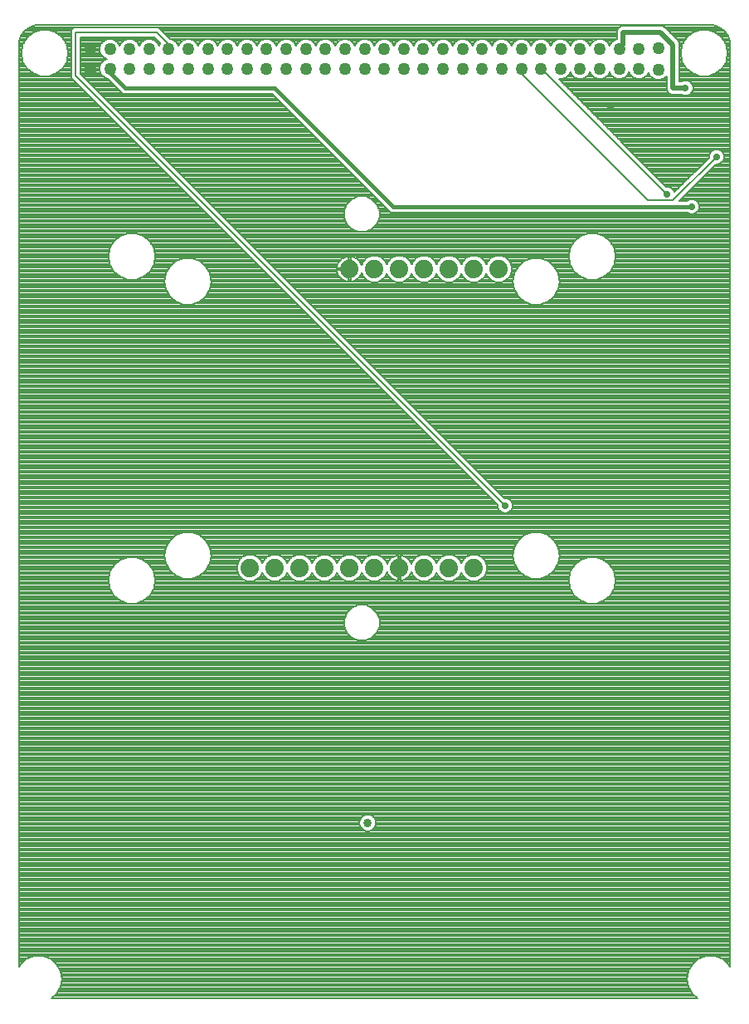
<source format=gbl>
G75*
%MOIN*%
%OFA0B0*%
%FSLAX25Y25*%
%IPPOS*%
%LPD*%
%AMOC8*
5,1,8,0,0,1.08239X$1,22.5*
%
%ADD10C,0.07400*%
%ADD11R,0.05020X0.05020*%
%ADD12C,0.05020*%
%ADD13C,0.03400*%
%ADD14C,0.00800*%
%ADD15C,0.02600*%
%ADD16C,0.00700*%
%ADD17C,0.02900*%
%ADD18C,0.02000*%
%ADD19C,0.01500*%
D10*
X0303333Y0285000D03*
X0313333Y0285000D03*
X0323333Y0285000D03*
X0333333Y0285000D03*
X0343333Y0285000D03*
X0353333Y0285000D03*
X0363333Y0285000D03*
X0373333Y0285000D03*
X0383333Y0285000D03*
X0393333Y0285000D03*
X0393333Y0405000D03*
X0383333Y0405000D03*
X0373333Y0405000D03*
X0363333Y0405000D03*
X0353333Y0405000D03*
X0343333Y0405000D03*
X0403333Y0405000D03*
D11*
X0239160Y0484921D03*
D12*
X0239160Y0493583D03*
X0247034Y0493189D03*
X0247034Y0485315D03*
X0254908Y0485315D03*
X0254908Y0493189D03*
X0262782Y0493189D03*
X0262782Y0485315D03*
X0270656Y0485315D03*
X0270656Y0493189D03*
X0278530Y0493189D03*
X0278530Y0485315D03*
X0286404Y0485315D03*
X0286404Y0493189D03*
X0294278Y0493189D03*
X0294278Y0485315D03*
X0302152Y0485315D03*
X0302152Y0493189D03*
X0310026Y0493189D03*
X0310026Y0485315D03*
X0317900Y0485315D03*
X0317900Y0493189D03*
X0325774Y0493189D03*
X0325774Y0485315D03*
X0333648Y0485315D03*
X0333648Y0493189D03*
X0341522Y0493189D03*
X0341522Y0485315D03*
X0349396Y0485315D03*
X0349396Y0493189D03*
X0357270Y0493189D03*
X0357270Y0485315D03*
X0365144Y0485315D03*
X0365144Y0493189D03*
X0373018Y0493189D03*
X0373018Y0485315D03*
X0380892Y0485315D03*
X0380892Y0493189D03*
X0388766Y0493189D03*
X0388766Y0485315D03*
X0396640Y0485315D03*
X0396640Y0493189D03*
X0404514Y0493189D03*
X0404514Y0485315D03*
X0412388Y0485315D03*
X0412388Y0493189D03*
X0420262Y0493189D03*
X0420262Y0485315D03*
X0428136Y0485315D03*
X0428136Y0493189D03*
X0436010Y0493189D03*
X0436010Y0485315D03*
X0443885Y0485315D03*
X0451759Y0485315D03*
X0459633Y0485315D03*
X0459633Y0493189D03*
X0451759Y0493189D03*
X0443885Y0493189D03*
X0467507Y0493583D03*
X0467507Y0484921D03*
D13*
X0350633Y0182700D03*
D14*
X0210433Y0124917D02*
X0210433Y0495000D01*
X0210531Y0496236D01*
X0211294Y0498587D01*
X0212747Y0500586D01*
X0214747Y0502039D01*
X0217097Y0502803D01*
X0218333Y0502900D01*
X0488333Y0502900D01*
X0489569Y0502803D01*
X0491920Y0502039D01*
X0493919Y0500586D01*
X0495372Y0498587D01*
X0496136Y0496236D01*
X0496233Y0495000D01*
X0496233Y0124917D01*
X0495567Y0126070D01*
X0493055Y0128178D01*
X0489973Y0129300D01*
X0486693Y0129300D01*
X0483612Y0128178D01*
X0483612Y0128178D01*
X0481099Y0126070D01*
X0479459Y0123230D01*
X0478890Y0120000D01*
X0479459Y0116770D01*
X0481099Y0113930D01*
X0483280Y0112100D01*
X0223387Y0112100D01*
X0225567Y0113930D01*
X0227207Y0116770D01*
X0227207Y0116770D01*
X0227777Y0120000D01*
X0227207Y0123230D01*
X0225567Y0126070D01*
X0223055Y0128178D01*
X0219973Y0129300D01*
X0216693Y0129300D01*
X0213612Y0128178D01*
X0213612Y0128178D01*
X0211099Y0126070D01*
X0210433Y0124917D01*
X0210433Y0125172D02*
X0210581Y0125172D01*
X0210433Y0125970D02*
X0211042Y0125970D01*
X0211099Y0126070D02*
X0211099Y0126070D01*
X0211099Y0126070D01*
X0210433Y0126769D02*
X0211932Y0126769D01*
X0212883Y0127567D02*
X0210433Y0127567D01*
X0210433Y0128366D02*
X0214127Y0128366D01*
X0216321Y0129164D02*
X0210433Y0129164D01*
X0210433Y0129963D02*
X0496233Y0129963D01*
X0496233Y0130761D02*
X0210433Y0130761D01*
X0210433Y0131560D02*
X0496233Y0131560D01*
X0496233Y0132358D02*
X0210433Y0132358D01*
X0210433Y0133157D02*
X0496233Y0133157D01*
X0496233Y0133955D02*
X0210433Y0133955D01*
X0210433Y0134754D02*
X0496233Y0134754D01*
X0496233Y0135552D02*
X0210433Y0135552D01*
X0210433Y0136351D02*
X0496233Y0136351D01*
X0496233Y0137149D02*
X0210433Y0137149D01*
X0210433Y0137948D02*
X0496233Y0137948D01*
X0496233Y0138746D02*
X0210433Y0138746D01*
X0210433Y0139545D02*
X0496233Y0139545D01*
X0496233Y0140343D02*
X0210433Y0140343D01*
X0210433Y0141142D02*
X0496233Y0141142D01*
X0496233Y0141940D02*
X0210433Y0141940D01*
X0210433Y0142739D02*
X0496233Y0142739D01*
X0496233Y0143537D02*
X0210433Y0143537D01*
X0210433Y0144336D02*
X0496233Y0144336D01*
X0496233Y0145134D02*
X0210433Y0145134D01*
X0210433Y0145933D02*
X0496233Y0145933D01*
X0496233Y0146732D02*
X0210433Y0146732D01*
X0210433Y0147530D02*
X0496233Y0147530D01*
X0496233Y0148329D02*
X0210433Y0148329D01*
X0210433Y0149127D02*
X0496233Y0149127D01*
X0496233Y0149926D02*
X0210433Y0149926D01*
X0210433Y0150724D02*
X0496233Y0150724D01*
X0496233Y0151523D02*
X0210433Y0151523D01*
X0210433Y0152321D02*
X0496233Y0152321D01*
X0496233Y0153120D02*
X0210433Y0153120D01*
X0210433Y0153918D02*
X0496233Y0153918D01*
X0496233Y0154717D02*
X0210433Y0154717D01*
X0210433Y0155515D02*
X0496233Y0155515D01*
X0496233Y0156314D02*
X0210433Y0156314D01*
X0210433Y0157112D02*
X0496233Y0157112D01*
X0496233Y0157911D02*
X0210433Y0157911D01*
X0210433Y0158709D02*
X0496233Y0158709D01*
X0496233Y0159508D02*
X0210433Y0159508D01*
X0210433Y0160306D02*
X0496233Y0160306D01*
X0496233Y0161105D02*
X0210433Y0161105D01*
X0210433Y0161903D02*
X0496233Y0161903D01*
X0496233Y0162702D02*
X0210433Y0162702D01*
X0210433Y0163500D02*
X0496233Y0163500D01*
X0496233Y0164299D02*
X0210433Y0164299D01*
X0210433Y0165097D02*
X0496233Y0165097D01*
X0496233Y0165896D02*
X0210433Y0165896D01*
X0210433Y0166694D02*
X0496233Y0166694D01*
X0496233Y0167493D02*
X0210433Y0167493D01*
X0210433Y0168291D02*
X0496233Y0168291D01*
X0496233Y0169090D02*
X0210433Y0169090D01*
X0210433Y0169888D02*
X0496233Y0169888D01*
X0496233Y0170687D02*
X0210433Y0170687D01*
X0210433Y0171485D02*
X0496233Y0171485D01*
X0496233Y0172284D02*
X0210433Y0172284D01*
X0210433Y0173082D02*
X0496233Y0173082D01*
X0496233Y0173881D02*
X0210433Y0173881D01*
X0210433Y0174679D02*
X0496233Y0174679D01*
X0496233Y0175478D02*
X0210433Y0175478D01*
X0210433Y0176276D02*
X0496233Y0176276D01*
X0496233Y0177075D02*
X0210433Y0177075D01*
X0210433Y0177873D02*
X0496233Y0177873D01*
X0496233Y0178672D02*
X0210433Y0178672D01*
X0210433Y0179470D02*
X0349807Y0179470D01*
X0349977Y0179400D02*
X0351290Y0179400D01*
X0352503Y0179902D01*
X0353431Y0180831D01*
X0353933Y0182044D01*
X0353933Y0183356D01*
X0353431Y0184569D01*
X0352503Y0185498D01*
X0351290Y0186000D01*
X0349977Y0186000D01*
X0348764Y0185498D01*
X0347836Y0184569D01*
X0347333Y0183356D01*
X0347333Y0182044D01*
X0347836Y0180831D01*
X0348764Y0179902D01*
X0349977Y0179400D01*
X0351460Y0179470D02*
X0496233Y0179470D01*
X0496233Y0180269D02*
X0352869Y0180269D01*
X0353529Y0181068D02*
X0496233Y0181068D01*
X0496233Y0181866D02*
X0353860Y0181866D01*
X0353933Y0182665D02*
X0496233Y0182665D01*
X0496233Y0183463D02*
X0353889Y0183463D01*
X0353558Y0184262D02*
X0496233Y0184262D01*
X0496233Y0185060D02*
X0352940Y0185060D01*
X0351631Y0185859D02*
X0496233Y0185859D01*
X0496233Y0186657D02*
X0210433Y0186657D01*
X0210433Y0185859D02*
X0349636Y0185859D01*
X0348327Y0185060D02*
X0210433Y0185060D01*
X0210433Y0184262D02*
X0347708Y0184262D01*
X0347378Y0183463D02*
X0210433Y0183463D01*
X0210433Y0182665D02*
X0347333Y0182665D01*
X0347407Y0181866D02*
X0210433Y0181866D01*
X0210433Y0181068D02*
X0347738Y0181068D01*
X0348397Y0180269D02*
X0210433Y0180269D01*
X0210433Y0187456D02*
X0496233Y0187456D01*
X0496233Y0188254D02*
X0210433Y0188254D01*
X0210433Y0189053D02*
X0496233Y0189053D01*
X0496233Y0189851D02*
X0210433Y0189851D01*
X0210433Y0190650D02*
X0496233Y0190650D01*
X0496233Y0191448D02*
X0210433Y0191448D01*
X0210433Y0192247D02*
X0496233Y0192247D01*
X0496233Y0193045D02*
X0210433Y0193045D01*
X0210433Y0193844D02*
X0496233Y0193844D01*
X0496233Y0194642D02*
X0210433Y0194642D01*
X0210433Y0195441D02*
X0496233Y0195441D01*
X0496233Y0196239D02*
X0210433Y0196239D01*
X0210433Y0197038D02*
X0496233Y0197038D01*
X0496233Y0197836D02*
X0210433Y0197836D01*
X0210433Y0198635D02*
X0496233Y0198635D01*
X0496233Y0199433D02*
X0210433Y0199433D01*
X0210433Y0200232D02*
X0496233Y0200232D01*
X0496233Y0201030D02*
X0210433Y0201030D01*
X0210433Y0201829D02*
X0496233Y0201829D01*
X0496233Y0202627D02*
X0210433Y0202627D01*
X0210433Y0203426D02*
X0496233Y0203426D01*
X0496233Y0204224D02*
X0210433Y0204224D01*
X0210433Y0205023D02*
X0496233Y0205023D01*
X0496233Y0205821D02*
X0210433Y0205821D01*
X0210433Y0206620D02*
X0496233Y0206620D01*
X0496233Y0207418D02*
X0210433Y0207418D01*
X0210433Y0208217D02*
X0496233Y0208217D01*
X0496233Y0209015D02*
X0210433Y0209015D01*
X0210433Y0209814D02*
X0496233Y0209814D01*
X0496233Y0210612D02*
X0210433Y0210612D01*
X0210433Y0211411D02*
X0496233Y0211411D01*
X0496233Y0212209D02*
X0210433Y0212209D01*
X0210433Y0213008D02*
X0496233Y0213008D01*
X0496233Y0213806D02*
X0210433Y0213806D01*
X0210433Y0214605D02*
X0496233Y0214605D01*
X0496233Y0215403D02*
X0210433Y0215403D01*
X0210433Y0216202D02*
X0496233Y0216202D01*
X0496233Y0217001D02*
X0210433Y0217001D01*
X0210433Y0217799D02*
X0496233Y0217799D01*
X0496233Y0218598D02*
X0210433Y0218598D01*
X0210433Y0219396D02*
X0496233Y0219396D01*
X0496233Y0220195D02*
X0210433Y0220195D01*
X0210433Y0220993D02*
X0496233Y0220993D01*
X0496233Y0221792D02*
X0210433Y0221792D01*
X0210433Y0222590D02*
X0496233Y0222590D01*
X0496233Y0223389D02*
X0210433Y0223389D01*
X0210433Y0224187D02*
X0496233Y0224187D01*
X0496233Y0224986D02*
X0210433Y0224986D01*
X0210433Y0225784D02*
X0496233Y0225784D01*
X0496233Y0226583D02*
X0210433Y0226583D01*
X0210433Y0227381D02*
X0496233Y0227381D01*
X0496233Y0228180D02*
X0210433Y0228180D01*
X0210433Y0228978D02*
X0496233Y0228978D01*
X0496233Y0229777D02*
X0210433Y0229777D01*
X0210433Y0230575D02*
X0496233Y0230575D01*
X0496233Y0231374D02*
X0210433Y0231374D01*
X0210433Y0232172D02*
X0496233Y0232172D01*
X0496233Y0232971D02*
X0210433Y0232971D01*
X0210433Y0233769D02*
X0496233Y0233769D01*
X0496233Y0234568D02*
X0210433Y0234568D01*
X0210433Y0235366D02*
X0496233Y0235366D01*
X0496233Y0236165D02*
X0210433Y0236165D01*
X0210433Y0236963D02*
X0496233Y0236963D01*
X0496233Y0237762D02*
X0210433Y0237762D01*
X0210433Y0238560D02*
X0496233Y0238560D01*
X0496233Y0239359D02*
X0210433Y0239359D01*
X0210433Y0240157D02*
X0496233Y0240157D01*
X0496233Y0240956D02*
X0210433Y0240956D01*
X0210433Y0241754D02*
X0496233Y0241754D01*
X0496233Y0242553D02*
X0210433Y0242553D01*
X0210433Y0243351D02*
X0496233Y0243351D01*
X0496233Y0244150D02*
X0210433Y0244150D01*
X0210433Y0244948D02*
X0496233Y0244948D01*
X0496233Y0245747D02*
X0210433Y0245747D01*
X0210433Y0246545D02*
X0496233Y0246545D01*
X0496233Y0247344D02*
X0210433Y0247344D01*
X0210433Y0248142D02*
X0496233Y0248142D01*
X0496233Y0248941D02*
X0210433Y0248941D01*
X0210433Y0249739D02*
X0496233Y0249739D01*
X0496233Y0250538D02*
X0210433Y0250538D01*
X0210433Y0251337D02*
X0496233Y0251337D01*
X0496233Y0252135D02*
X0210433Y0252135D01*
X0210433Y0252934D02*
X0496233Y0252934D01*
X0496233Y0253732D02*
X0210433Y0253732D01*
X0210433Y0254531D02*
X0496233Y0254531D01*
X0496233Y0255329D02*
X0210433Y0255329D01*
X0210433Y0256128D02*
X0346372Y0256128D01*
X0346921Y0255900D02*
X0349746Y0255900D01*
X0352355Y0256981D01*
X0354352Y0258978D01*
X0355433Y0261588D01*
X0355433Y0264412D01*
X0354352Y0267022D01*
X0352355Y0269019D01*
X0349746Y0270100D01*
X0346921Y0270100D01*
X0344311Y0269019D01*
X0342314Y0267022D01*
X0341233Y0264412D01*
X0341233Y0261588D01*
X0342314Y0258978D01*
X0344311Y0256981D01*
X0346921Y0255900D01*
X0344444Y0256926D02*
X0210433Y0256926D01*
X0210433Y0257725D02*
X0343568Y0257725D01*
X0342769Y0258523D02*
X0210433Y0258523D01*
X0210433Y0259322D02*
X0342172Y0259322D01*
X0341841Y0260120D02*
X0210433Y0260120D01*
X0210433Y0260919D02*
X0341510Y0260919D01*
X0341233Y0261717D02*
X0210433Y0261717D01*
X0210433Y0262516D02*
X0341233Y0262516D01*
X0341233Y0263314D02*
X0210433Y0263314D01*
X0210433Y0264113D02*
X0341233Y0264113D01*
X0341440Y0264911D02*
X0210433Y0264911D01*
X0210433Y0265710D02*
X0341771Y0265710D01*
X0342102Y0266508D02*
X0210433Y0266508D01*
X0210433Y0267307D02*
X0342599Y0267307D01*
X0343398Y0268105D02*
X0210433Y0268105D01*
X0210433Y0268904D02*
X0344196Y0268904D01*
X0345961Y0269702D02*
X0210433Y0269702D01*
X0210433Y0270501D02*
X0496233Y0270501D01*
X0496233Y0271299D02*
X0444120Y0271299D01*
X0445555Y0271822D02*
X0445555Y0271822D01*
X0448067Y0273930D01*
X0449707Y0276770D01*
X0449707Y0276770D01*
X0450277Y0280000D01*
X0450277Y0280000D01*
X0449707Y0283230D01*
X0448067Y0286070D01*
X0445555Y0288178D01*
X0442473Y0289300D01*
X0439193Y0289300D01*
X0436112Y0288178D01*
X0436112Y0288178D01*
X0433599Y0286070D01*
X0431959Y0283230D01*
X0431390Y0280000D01*
X0431959Y0276770D01*
X0433599Y0273930D01*
X0436112Y0271822D01*
X0439193Y0270700D01*
X0440005Y0270700D01*
X0442473Y0270700D01*
X0445555Y0271822D01*
X0445884Y0272098D02*
X0496233Y0272098D01*
X0496233Y0272896D02*
X0446836Y0272896D01*
X0447787Y0273695D02*
X0496233Y0273695D01*
X0496233Y0274493D02*
X0448393Y0274493D01*
X0448067Y0273930D02*
X0448067Y0273930D01*
X0448067Y0273930D01*
X0448854Y0275292D02*
X0496233Y0275292D01*
X0496233Y0276090D02*
X0449315Y0276090D01*
X0449728Y0276889D02*
X0496233Y0276889D01*
X0496233Y0277687D02*
X0449869Y0277687D01*
X0450010Y0278486D02*
X0496233Y0278486D01*
X0496233Y0279284D02*
X0450151Y0279284D01*
X0450262Y0280083D02*
X0496233Y0280083D01*
X0496233Y0280881D02*
X0450121Y0280881D01*
X0449981Y0281680D02*
X0496233Y0281680D01*
X0496233Y0282478D02*
X0449840Y0282478D01*
X0449680Y0283277D02*
X0496233Y0283277D01*
X0496233Y0284075D02*
X0449219Y0284075D01*
X0448758Y0284874D02*
X0496233Y0284874D01*
X0496233Y0285672D02*
X0448297Y0285672D01*
X0448067Y0286070D02*
X0448067Y0286070D01*
X0447590Y0286471D02*
X0496233Y0286471D01*
X0496233Y0287270D02*
X0446638Y0287270D01*
X0445686Y0288068D02*
X0496233Y0288068D01*
X0496233Y0288867D02*
X0443664Y0288867D01*
X0445555Y0288178D02*
X0445555Y0288178D01*
X0438003Y0288867D02*
X0427577Y0288867D01*
X0427718Y0289665D02*
X0496233Y0289665D01*
X0496233Y0290464D02*
X0427695Y0290464D01*
X0427777Y0290000D02*
X0427207Y0293230D01*
X0425567Y0296070D01*
X0423055Y0298178D01*
X0419973Y0299300D01*
X0416693Y0299300D01*
X0413612Y0298178D01*
X0413612Y0298178D01*
X0411099Y0296070D01*
X0409459Y0293230D01*
X0408890Y0290000D01*
X0409459Y0286770D01*
X0411099Y0283930D01*
X0413612Y0281822D01*
X0416693Y0280700D01*
X0419162Y0280700D01*
X0419973Y0280700D01*
X0419973Y0280700D01*
X0423055Y0281822D01*
X0425567Y0283930D01*
X0427207Y0286770D01*
X0427207Y0286770D01*
X0427777Y0290000D01*
X0427777Y0290000D01*
X0427554Y0291262D02*
X0496233Y0291262D01*
X0496233Y0292061D02*
X0427413Y0292061D01*
X0427273Y0292859D02*
X0496233Y0292859D01*
X0496233Y0293658D02*
X0426960Y0293658D01*
X0427207Y0293230D02*
X0427207Y0293230D01*
X0426499Y0294456D02*
X0496233Y0294456D01*
X0496233Y0295255D02*
X0426038Y0295255D01*
X0425577Y0296053D02*
X0496233Y0296053D01*
X0496233Y0296852D02*
X0424636Y0296852D01*
X0425567Y0296070D02*
X0425567Y0296070D01*
X0423684Y0297650D02*
X0496233Y0297650D01*
X0496233Y0298449D02*
X0422312Y0298449D01*
X0423055Y0298178D02*
X0423055Y0298178D01*
X0420118Y0299247D02*
X0496233Y0299247D01*
X0496233Y0300046D02*
X0210433Y0300046D01*
X0210433Y0300844D02*
X0496233Y0300844D01*
X0496233Y0301643D02*
X0210433Y0301643D01*
X0210433Y0302441D02*
X0496233Y0302441D01*
X0496233Y0303240D02*
X0210433Y0303240D01*
X0210433Y0304038D02*
X0496233Y0304038D01*
X0496233Y0304837D02*
X0210433Y0304837D01*
X0210433Y0305635D02*
X0496233Y0305635D01*
X0496233Y0306434D02*
X0210433Y0306434D01*
X0210433Y0307232D02*
X0404545Y0307232D01*
X0404106Y0307414D02*
X0405227Y0306950D01*
X0406440Y0306950D01*
X0407561Y0307414D01*
X0408419Y0308272D01*
X0408883Y0309393D01*
X0408883Y0310607D01*
X0408419Y0311728D01*
X0407561Y0312586D01*
X0406440Y0313050D01*
X0405541Y0313050D01*
X0235283Y0483308D01*
X0235283Y0498050D01*
X0265026Y0498050D01*
X0267365Y0495710D01*
X0267172Y0495517D01*
X0266719Y0494424D01*
X0266266Y0495517D01*
X0265110Y0496673D01*
X0263600Y0497299D01*
X0261965Y0497299D01*
X0260454Y0496673D01*
X0259298Y0495517D01*
X0258845Y0494424D01*
X0258392Y0495517D01*
X0257236Y0496673D01*
X0255726Y0497299D01*
X0254091Y0497299D01*
X0252580Y0496673D01*
X0251424Y0495517D01*
X0250971Y0494424D01*
X0250518Y0495517D01*
X0249362Y0496673D01*
X0247852Y0497299D01*
X0246217Y0497299D01*
X0244706Y0496673D01*
X0243550Y0495517D01*
X0242924Y0494006D01*
X0242924Y0492371D01*
X0243550Y0490861D01*
X0244706Y0489705D01*
X0245799Y0489252D01*
X0244706Y0488799D01*
X0243550Y0487643D01*
X0242924Y0486132D01*
X0242924Y0484497D01*
X0243550Y0482987D01*
X0244706Y0481831D01*
X0246217Y0481205D01*
X0246305Y0481205D01*
X0252360Y0475150D01*
X0312360Y0475150D01*
X0359860Y0427650D01*
X0478870Y0427650D01*
X0479106Y0427414D01*
X0480227Y0426950D01*
X0481440Y0426950D01*
X0482561Y0427414D01*
X0483419Y0428272D01*
X0483883Y0429393D01*
X0483883Y0430607D01*
X0483419Y0431728D01*
X0482561Y0432586D01*
X0481440Y0433050D01*
X0480227Y0433050D01*
X0479106Y0432586D01*
X0478870Y0432350D01*
X0475941Y0432350D01*
X0490541Y0446950D01*
X0491440Y0446950D01*
X0492561Y0447414D01*
X0493419Y0448272D01*
X0493883Y0449393D01*
X0493883Y0450607D01*
X0493419Y0451728D01*
X0492561Y0452586D01*
X0491440Y0453050D01*
X0490227Y0453050D01*
X0489106Y0452586D01*
X0488248Y0451728D01*
X0487783Y0450607D01*
X0487783Y0449708D01*
X0473824Y0435749D01*
X0473419Y0436728D01*
X0472561Y0437586D01*
X0471440Y0438050D01*
X0470541Y0438050D01*
X0427386Y0481205D01*
X0428954Y0481205D01*
X0430465Y0481831D01*
X0431621Y0482987D01*
X0432073Y0484080D01*
X0432526Y0482987D01*
X0433682Y0481831D01*
X0435193Y0481205D01*
X0436828Y0481205D01*
X0438339Y0481831D01*
X0439495Y0482987D01*
X0439947Y0484080D01*
X0440400Y0482987D01*
X0441556Y0481831D01*
X0443067Y0481205D01*
X0444702Y0481205D01*
X0446213Y0481831D01*
X0447369Y0482987D01*
X0447822Y0484080D01*
X0448274Y0482987D01*
X0449430Y0481831D01*
X0450941Y0481205D01*
X0452576Y0481205D01*
X0454087Y0481831D01*
X0455243Y0482987D01*
X0455696Y0484080D01*
X0456148Y0482987D01*
X0457305Y0481831D01*
X0458815Y0481205D01*
X0460450Y0481205D01*
X0461961Y0481831D01*
X0463117Y0482987D01*
X0463488Y0483883D01*
X0464022Y0482593D01*
X0465179Y0481437D01*
X0466689Y0480811D01*
X0468324Y0480811D01*
X0469835Y0481437D01*
X0470733Y0482336D01*
X0470733Y0476983D01*
X0471129Y0476027D01*
X0471861Y0475296D01*
X0472816Y0474900D01*
X0476640Y0474900D01*
X0477727Y0474450D01*
X0478940Y0474450D01*
X0480061Y0474914D01*
X0480919Y0475772D01*
X0481383Y0476893D01*
X0481383Y0478107D01*
X0480919Y0479228D01*
X0480061Y0480086D01*
X0478940Y0480550D01*
X0477727Y0480550D01*
X0476640Y0480100D01*
X0475933Y0480100D01*
X0475933Y0495517D01*
X0475537Y0496473D01*
X0474806Y0497204D01*
X0469806Y0502204D01*
X0468851Y0502600D01*
X0452816Y0502600D01*
X0451861Y0502204D01*
X0451129Y0501473D01*
X0450733Y0500517D01*
X0450733Y0497213D01*
X0449430Y0496673D01*
X0448274Y0495517D01*
X0447822Y0494424D01*
X0447369Y0495517D01*
X0446213Y0496673D01*
X0444702Y0497299D01*
X0443067Y0497299D01*
X0441556Y0496673D01*
X0440400Y0495517D01*
X0439947Y0494424D01*
X0439495Y0495517D01*
X0438339Y0496673D01*
X0436828Y0497299D01*
X0435193Y0497299D01*
X0433682Y0496673D01*
X0432526Y0495517D01*
X0432073Y0494424D01*
X0431621Y0495517D01*
X0430465Y0496673D01*
X0428954Y0497299D01*
X0427319Y0497299D01*
X0425808Y0496673D01*
X0424652Y0495517D01*
X0424199Y0494424D01*
X0423747Y0495517D01*
X0422590Y0496673D01*
X0421080Y0497299D01*
X0419445Y0497299D01*
X0417934Y0496673D01*
X0416778Y0495517D01*
X0416325Y0494424D01*
X0415873Y0495517D01*
X0414716Y0496673D01*
X0413206Y0497299D01*
X0411571Y0497299D01*
X0410060Y0496673D01*
X0408904Y0495517D01*
X0408451Y0494424D01*
X0407999Y0495517D01*
X0406842Y0496673D01*
X0405332Y0497299D01*
X0403697Y0497299D01*
X0402186Y0496673D01*
X0401030Y0495517D01*
X0400577Y0494424D01*
X0400125Y0495517D01*
X0398968Y0496673D01*
X0397458Y0497299D01*
X0395823Y0497299D01*
X0394312Y0496673D01*
X0393156Y0495517D01*
X0392703Y0494424D01*
X0392251Y0495517D01*
X0391094Y0496673D01*
X0389584Y0497299D01*
X0387949Y0497299D01*
X0386438Y0496673D01*
X0385282Y0495517D01*
X0384829Y0494424D01*
X0384377Y0495517D01*
X0383220Y0496673D01*
X0381710Y0497299D01*
X0380075Y0497299D01*
X0378564Y0496673D01*
X0377408Y0495517D01*
X0376955Y0494424D01*
X0376503Y0495517D01*
X0375346Y0496673D01*
X0373836Y0497299D01*
X0372201Y0497299D01*
X0370690Y0496673D01*
X0369534Y0495517D01*
X0369081Y0494424D01*
X0368628Y0495517D01*
X0367472Y0496673D01*
X0365962Y0497299D01*
X0364327Y0497299D01*
X0362816Y0496673D01*
X0361660Y0495517D01*
X0361207Y0494424D01*
X0360754Y0495517D01*
X0359598Y0496673D01*
X0358088Y0497299D01*
X0356453Y0497299D01*
X0354942Y0496673D01*
X0353786Y0495517D01*
X0353333Y0494424D01*
X0352880Y0495517D01*
X0351724Y0496673D01*
X0350214Y0497299D01*
X0348579Y0497299D01*
X0347068Y0496673D01*
X0345912Y0495517D01*
X0345459Y0494424D01*
X0345006Y0495517D01*
X0343850Y0496673D01*
X0342340Y0497299D01*
X0340705Y0497299D01*
X0339194Y0496673D01*
X0338038Y0495517D01*
X0337585Y0494424D01*
X0337132Y0495517D01*
X0335976Y0496673D01*
X0334466Y0497299D01*
X0332831Y0497299D01*
X0331320Y0496673D01*
X0330164Y0495517D01*
X0329711Y0494424D01*
X0329258Y0495517D01*
X0328102Y0496673D01*
X0326592Y0497299D01*
X0324957Y0497299D01*
X0323446Y0496673D01*
X0322290Y0495517D01*
X0321837Y0494424D01*
X0321384Y0495517D01*
X0320228Y0496673D01*
X0318718Y0497299D01*
X0317083Y0497299D01*
X0315572Y0496673D01*
X0314416Y0495517D01*
X0313963Y0494424D01*
X0313510Y0495517D01*
X0312354Y0496673D01*
X0310844Y0497299D01*
X0309209Y0497299D01*
X0307698Y0496673D01*
X0306542Y0495517D01*
X0306089Y0494424D01*
X0305636Y0495517D01*
X0304480Y0496673D01*
X0302970Y0497299D01*
X0301335Y0497299D01*
X0299824Y0496673D01*
X0298668Y0495517D01*
X0298215Y0494424D01*
X0297762Y0495517D01*
X0296606Y0496673D01*
X0295096Y0497299D01*
X0293461Y0497299D01*
X0291950Y0496673D01*
X0290794Y0495517D01*
X0290341Y0494424D01*
X0289888Y0495517D01*
X0288732Y0496673D01*
X0287222Y0497299D01*
X0285587Y0497299D01*
X0284076Y0496673D01*
X0282920Y0495517D01*
X0282467Y0494424D01*
X0282014Y0495517D01*
X0280858Y0496673D01*
X0279348Y0497299D01*
X0277713Y0497299D01*
X0276202Y0496673D01*
X0275046Y0495517D01*
X0274593Y0494424D01*
X0274140Y0495517D01*
X0272984Y0496673D01*
X0271474Y0497299D01*
X0271292Y0497299D01*
X0266641Y0501950D01*
X0232526Y0501950D01*
X0231383Y0500808D01*
X0231383Y0481692D01*
X0232526Y0480550D01*
X0402783Y0310292D01*
X0402783Y0309393D01*
X0403248Y0308272D01*
X0404106Y0307414D01*
X0403489Y0308031D02*
X0210433Y0308031D01*
X0210433Y0308829D02*
X0403017Y0308829D01*
X0402783Y0309628D02*
X0210433Y0309628D01*
X0210433Y0310426D02*
X0402649Y0310426D01*
X0401851Y0311225D02*
X0210433Y0311225D01*
X0210433Y0312023D02*
X0401052Y0312023D01*
X0400254Y0312822D02*
X0210433Y0312822D01*
X0210433Y0313620D02*
X0399455Y0313620D01*
X0398657Y0314419D02*
X0210433Y0314419D01*
X0210433Y0315217D02*
X0397858Y0315217D01*
X0397060Y0316016D02*
X0210433Y0316016D01*
X0210433Y0316814D02*
X0396261Y0316814D01*
X0395463Y0317613D02*
X0210433Y0317613D01*
X0210433Y0318411D02*
X0394664Y0318411D01*
X0393866Y0319210D02*
X0210433Y0319210D01*
X0210433Y0320008D02*
X0393067Y0320008D01*
X0392269Y0320807D02*
X0210433Y0320807D01*
X0210433Y0321605D02*
X0391470Y0321605D01*
X0390672Y0322404D02*
X0210433Y0322404D01*
X0210433Y0323203D02*
X0389873Y0323203D01*
X0389075Y0324001D02*
X0210433Y0324001D01*
X0210433Y0324800D02*
X0388276Y0324800D01*
X0387478Y0325598D02*
X0210433Y0325598D01*
X0210433Y0326397D02*
X0386679Y0326397D01*
X0385881Y0327195D02*
X0210433Y0327195D01*
X0210433Y0327994D02*
X0385082Y0327994D01*
X0384284Y0328792D02*
X0210433Y0328792D01*
X0210433Y0329591D02*
X0383485Y0329591D01*
X0382686Y0330389D02*
X0210433Y0330389D01*
X0210433Y0331188D02*
X0381888Y0331188D01*
X0381089Y0331986D02*
X0210433Y0331986D01*
X0210433Y0332785D02*
X0380291Y0332785D01*
X0379492Y0333583D02*
X0210433Y0333583D01*
X0210433Y0334382D02*
X0378694Y0334382D01*
X0377895Y0335180D02*
X0210433Y0335180D01*
X0210433Y0335979D02*
X0377097Y0335979D01*
X0376298Y0336777D02*
X0210433Y0336777D01*
X0210433Y0337576D02*
X0375500Y0337576D01*
X0374701Y0338374D02*
X0210433Y0338374D01*
X0210433Y0339173D02*
X0373903Y0339173D01*
X0373104Y0339971D02*
X0210433Y0339971D01*
X0210433Y0340770D02*
X0372306Y0340770D01*
X0371507Y0341568D02*
X0210433Y0341568D01*
X0210433Y0342367D02*
X0370709Y0342367D01*
X0369910Y0343165D02*
X0210433Y0343165D01*
X0210433Y0343964D02*
X0369112Y0343964D01*
X0368313Y0344762D02*
X0210433Y0344762D01*
X0210433Y0345561D02*
X0367515Y0345561D01*
X0366716Y0346359D02*
X0210433Y0346359D01*
X0210433Y0347158D02*
X0365918Y0347158D01*
X0365119Y0347956D02*
X0210433Y0347956D01*
X0210433Y0348755D02*
X0364321Y0348755D01*
X0363522Y0349553D02*
X0210433Y0349553D01*
X0210433Y0350352D02*
X0362724Y0350352D01*
X0361925Y0351150D02*
X0210433Y0351150D01*
X0210433Y0351949D02*
X0361127Y0351949D01*
X0360328Y0352747D02*
X0210433Y0352747D01*
X0210433Y0353546D02*
X0359530Y0353546D01*
X0358731Y0354344D02*
X0210433Y0354344D01*
X0210433Y0355143D02*
X0357933Y0355143D01*
X0357134Y0355941D02*
X0210433Y0355941D01*
X0210433Y0356740D02*
X0356336Y0356740D01*
X0355537Y0357539D02*
X0210433Y0357539D01*
X0210433Y0358337D02*
X0354739Y0358337D01*
X0353940Y0359136D02*
X0210433Y0359136D01*
X0210433Y0359934D02*
X0353142Y0359934D01*
X0352343Y0360733D02*
X0210433Y0360733D01*
X0210433Y0361531D02*
X0351545Y0361531D01*
X0350746Y0362330D02*
X0210433Y0362330D01*
X0210433Y0363128D02*
X0349948Y0363128D01*
X0349149Y0363927D02*
X0210433Y0363927D01*
X0210433Y0364725D02*
X0348350Y0364725D01*
X0347552Y0365524D02*
X0210433Y0365524D01*
X0210433Y0366322D02*
X0346753Y0366322D01*
X0345955Y0367121D02*
X0210433Y0367121D01*
X0210433Y0367919D02*
X0345156Y0367919D01*
X0344358Y0368718D02*
X0210433Y0368718D01*
X0210433Y0369516D02*
X0343559Y0369516D01*
X0342761Y0370315D02*
X0210433Y0370315D01*
X0210433Y0371113D02*
X0341962Y0371113D01*
X0341164Y0371912D02*
X0210433Y0371912D01*
X0210433Y0372710D02*
X0340365Y0372710D01*
X0339567Y0373509D02*
X0210433Y0373509D01*
X0210433Y0374307D02*
X0338768Y0374307D01*
X0337970Y0375106D02*
X0210433Y0375106D01*
X0210433Y0375904D02*
X0337171Y0375904D01*
X0336373Y0376703D02*
X0210433Y0376703D01*
X0210433Y0377501D02*
X0335574Y0377501D01*
X0334776Y0378300D02*
X0210433Y0378300D01*
X0210433Y0379098D02*
X0333977Y0379098D01*
X0333179Y0379897D02*
X0210433Y0379897D01*
X0210433Y0380695D02*
X0332380Y0380695D01*
X0331582Y0381494D02*
X0210433Y0381494D01*
X0210433Y0382292D02*
X0330783Y0382292D01*
X0329985Y0383091D02*
X0210433Y0383091D01*
X0210433Y0383889D02*
X0329186Y0383889D01*
X0328388Y0384688D02*
X0210433Y0384688D01*
X0210433Y0385486D02*
X0327589Y0385486D01*
X0326791Y0386285D02*
X0210433Y0386285D01*
X0210433Y0387083D02*
X0325992Y0387083D01*
X0325194Y0387882D02*
X0210433Y0387882D01*
X0210433Y0388680D02*
X0324395Y0388680D01*
X0323597Y0389479D02*
X0210433Y0389479D01*
X0210433Y0390277D02*
X0322798Y0390277D01*
X0322000Y0391076D02*
X0281006Y0391076D01*
X0279973Y0390700D02*
X0283055Y0391822D01*
X0285567Y0393930D01*
X0287207Y0396770D01*
X0287207Y0396770D01*
X0287777Y0400000D01*
X0287207Y0403230D01*
X0285567Y0406070D01*
X0283055Y0408178D01*
X0279973Y0409300D01*
X0276693Y0409300D01*
X0273612Y0408178D01*
X0273612Y0408178D01*
X0271099Y0406070D01*
X0269459Y0403230D01*
X0268890Y0400000D01*
X0269459Y0396770D01*
X0271099Y0393930D01*
X0273612Y0391822D01*
X0276693Y0390700D01*
X0277505Y0390700D01*
X0279973Y0390700D01*
X0283118Y0391874D02*
X0321201Y0391874D01*
X0320403Y0392673D02*
X0284070Y0392673D01*
X0285021Y0393472D02*
X0319604Y0393472D01*
X0318806Y0394270D02*
X0285764Y0394270D01*
X0285567Y0393930D02*
X0285567Y0393930D01*
X0285567Y0393930D01*
X0286225Y0395069D02*
X0318007Y0395069D01*
X0317209Y0395867D02*
X0286686Y0395867D01*
X0287147Y0396666D02*
X0316410Y0396666D01*
X0315612Y0397464D02*
X0287330Y0397464D01*
X0287470Y0398263D02*
X0314813Y0398263D01*
X0314015Y0399061D02*
X0287611Y0399061D01*
X0287752Y0399860D02*
X0313216Y0399860D01*
X0312417Y0400658D02*
X0287661Y0400658D01*
X0287777Y0400000D02*
X0287777Y0400000D01*
X0287520Y0401457D02*
X0311619Y0401457D01*
X0310820Y0402255D02*
X0287379Y0402255D01*
X0287238Y0403054D02*
X0310022Y0403054D01*
X0309223Y0403852D02*
X0286848Y0403852D01*
X0287207Y0403230D02*
X0287207Y0403230D01*
X0286387Y0404651D02*
X0308425Y0404651D01*
X0307626Y0405449D02*
X0285926Y0405449D01*
X0285567Y0406070D02*
X0285567Y0406070D01*
X0285356Y0406248D02*
X0306828Y0406248D01*
X0306029Y0407046D02*
X0284404Y0407046D01*
X0283453Y0407845D02*
X0305231Y0407845D01*
X0304432Y0408643D02*
X0281778Y0408643D01*
X0283055Y0408178D02*
X0283055Y0408178D01*
X0274889Y0408643D02*
X0265038Y0408643D01*
X0264897Y0407845D02*
X0273214Y0407845D01*
X0272262Y0407046D02*
X0264756Y0407046D01*
X0264707Y0406770D02*
X0265277Y0410000D01*
X0264707Y0413230D01*
X0263067Y0416070D01*
X0260555Y0418178D01*
X0257473Y0419300D01*
X0254193Y0419300D01*
X0251112Y0418178D01*
X0251112Y0418178D01*
X0248599Y0416070D01*
X0246959Y0413230D01*
X0246390Y0410000D01*
X0246959Y0406770D01*
X0248599Y0403930D01*
X0251112Y0401822D01*
X0254193Y0400700D01*
X0256662Y0400700D01*
X0257473Y0400700D01*
X0257473Y0400700D01*
X0260555Y0401822D01*
X0263067Y0403930D01*
X0264707Y0406770D01*
X0264707Y0406770D01*
X0264406Y0406248D02*
X0271311Y0406248D01*
X0271099Y0406070D02*
X0271099Y0406070D01*
X0271099Y0406070D01*
X0270741Y0405449D02*
X0263945Y0405449D01*
X0263484Y0404651D02*
X0270280Y0404651D01*
X0269819Y0403852D02*
X0262975Y0403852D01*
X0263067Y0403930D02*
X0263067Y0403930D01*
X0263067Y0403930D01*
X0262023Y0403054D02*
X0269428Y0403054D01*
X0269459Y0403230D02*
X0269459Y0403230D01*
X0269288Y0402255D02*
X0261072Y0402255D01*
X0260555Y0401822D02*
X0260555Y0401822D01*
X0259552Y0401457D02*
X0269147Y0401457D01*
X0269006Y0400658D02*
X0210433Y0400658D01*
X0210433Y0399860D02*
X0268915Y0399860D01*
X0268890Y0400000D02*
X0268890Y0400000D01*
X0269055Y0399061D02*
X0210433Y0399061D01*
X0210433Y0398263D02*
X0269196Y0398263D01*
X0269337Y0397464D02*
X0210433Y0397464D01*
X0210433Y0396666D02*
X0269520Y0396666D01*
X0269459Y0396770D02*
X0269459Y0396770D01*
X0269981Y0395867D02*
X0210433Y0395867D01*
X0210433Y0395069D02*
X0270442Y0395069D01*
X0270903Y0394270D02*
X0210433Y0394270D01*
X0210433Y0393472D02*
X0271645Y0393472D01*
X0271099Y0393930D02*
X0271099Y0393930D01*
X0272597Y0392673D02*
X0210433Y0392673D01*
X0210433Y0391874D02*
X0273549Y0391874D01*
X0273612Y0391822D02*
X0273612Y0391822D01*
X0275660Y0391076D02*
X0210433Y0391076D01*
X0210433Y0401457D02*
X0252115Y0401457D01*
X0251112Y0401822D02*
X0251112Y0401822D01*
X0250595Y0402255D02*
X0210433Y0402255D01*
X0210433Y0403054D02*
X0249643Y0403054D01*
X0248692Y0403852D02*
X0210433Y0403852D01*
X0210433Y0404651D02*
X0248183Y0404651D01*
X0248599Y0403930D02*
X0248599Y0403930D01*
X0247722Y0405449D02*
X0210433Y0405449D01*
X0210433Y0406248D02*
X0247261Y0406248D01*
X0246959Y0406770D02*
X0246959Y0406770D01*
X0246911Y0407046D02*
X0210433Y0407046D01*
X0210433Y0407845D02*
X0246770Y0407845D01*
X0246629Y0408643D02*
X0210433Y0408643D01*
X0210433Y0409442D02*
X0246488Y0409442D01*
X0246390Y0410000D02*
X0246390Y0410000D01*
X0246432Y0410240D02*
X0210433Y0410240D01*
X0210433Y0411039D02*
X0246573Y0411039D01*
X0246714Y0411837D02*
X0210433Y0411837D01*
X0210433Y0412636D02*
X0246855Y0412636D01*
X0246959Y0413230D02*
X0246959Y0413230D01*
X0247077Y0413434D02*
X0210433Y0413434D01*
X0210433Y0414233D02*
X0247538Y0414233D01*
X0247999Y0415031D02*
X0210433Y0415031D01*
X0210433Y0415830D02*
X0248460Y0415830D01*
X0248599Y0416070D02*
X0248599Y0416070D01*
X0248599Y0416070D01*
X0249264Y0416628D02*
X0210433Y0416628D01*
X0210433Y0417427D02*
X0250216Y0417427D01*
X0251241Y0418225D02*
X0210433Y0418225D01*
X0210433Y0419024D02*
X0253435Y0419024D01*
X0258232Y0419024D02*
X0294052Y0419024D01*
X0294850Y0418225D02*
X0260426Y0418225D01*
X0260555Y0418178D02*
X0260555Y0418178D01*
X0261451Y0417427D02*
X0295649Y0417427D01*
X0296447Y0416628D02*
X0262402Y0416628D01*
X0263067Y0416070D02*
X0263067Y0416070D01*
X0263206Y0415830D02*
X0297246Y0415830D01*
X0298044Y0415031D02*
X0263667Y0415031D01*
X0264128Y0414233D02*
X0298843Y0414233D01*
X0299641Y0413434D02*
X0264589Y0413434D01*
X0264707Y0413230D02*
X0264707Y0413230D01*
X0264812Y0412636D02*
X0300440Y0412636D01*
X0301238Y0411837D02*
X0264953Y0411837D01*
X0265094Y0411039D02*
X0302037Y0411039D01*
X0302835Y0410240D02*
X0265234Y0410240D01*
X0265277Y0410000D02*
X0265277Y0410000D01*
X0265178Y0409442D02*
X0303634Y0409442D01*
X0306754Y0411837D02*
X0431714Y0411837D01*
X0431573Y0411039D02*
X0307552Y0411039D01*
X0308351Y0410240D02*
X0352135Y0410240D01*
X0352279Y0410300D02*
X0350331Y0409493D01*
X0348840Y0408002D01*
X0348213Y0406487D01*
X0348060Y0406958D01*
X0347695Y0407673D01*
X0347223Y0408322D01*
X0346656Y0408890D01*
X0346006Y0409362D01*
X0345291Y0409726D01*
X0344528Y0409974D01*
X0343735Y0410100D01*
X0343733Y0410100D01*
X0343733Y0405400D01*
X0342933Y0405400D01*
X0342933Y0404600D01*
X0338233Y0404600D01*
X0338233Y0404599D01*
X0338359Y0403806D01*
X0338607Y0403042D01*
X0338971Y0402327D01*
X0339443Y0401678D01*
X0340011Y0401110D01*
X0340660Y0400638D01*
X0341376Y0400274D01*
X0342139Y0400026D01*
X0342932Y0399900D01*
X0342933Y0399900D01*
X0342933Y0404600D01*
X0343733Y0404600D01*
X0343733Y0399900D01*
X0343735Y0399900D01*
X0344528Y0400026D01*
X0345291Y0400274D01*
X0346006Y0400638D01*
X0346656Y0401110D01*
X0347223Y0401678D01*
X0347695Y0402327D01*
X0348060Y0403042D01*
X0348213Y0403513D01*
X0348840Y0401998D01*
X0350331Y0400507D01*
X0352279Y0399700D01*
X0354388Y0399700D01*
X0356336Y0400507D01*
X0357826Y0401998D01*
X0358333Y0403222D01*
X0358840Y0401998D01*
X0360331Y0400507D01*
X0362279Y0399700D01*
X0364388Y0399700D01*
X0366336Y0400507D01*
X0367826Y0401998D01*
X0368333Y0403222D01*
X0368840Y0401998D01*
X0370331Y0400507D01*
X0372279Y0399700D01*
X0374388Y0399700D01*
X0376336Y0400507D01*
X0377826Y0401998D01*
X0378333Y0403222D01*
X0378840Y0401998D01*
X0380331Y0400507D01*
X0382279Y0399700D01*
X0384388Y0399700D01*
X0386336Y0400507D01*
X0387826Y0401998D01*
X0388333Y0403222D01*
X0388840Y0401998D01*
X0390331Y0400507D01*
X0392279Y0399700D01*
X0394388Y0399700D01*
X0396336Y0400507D01*
X0397826Y0401998D01*
X0398333Y0403222D01*
X0398840Y0401998D01*
X0400331Y0400507D01*
X0402279Y0399700D01*
X0404388Y0399700D01*
X0406336Y0400507D01*
X0407826Y0401998D01*
X0408633Y0403946D01*
X0408633Y0406054D01*
X0407826Y0408002D01*
X0406336Y0409493D01*
X0404388Y0410300D01*
X0402279Y0410300D01*
X0400331Y0409493D01*
X0398840Y0408002D01*
X0398333Y0406778D01*
X0397826Y0408002D01*
X0396336Y0409493D01*
X0394388Y0410300D01*
X0392279Y0410300D01*
X0390331Y0409493D01*
X0388840Y0408002D01*
X0388333Y0406778D01*
X0387826Y0408002D01*
X0386336Y0409493D01*
X0384388Y0410300D01*
X0382279Y0410300D01*
X0380331Y0409493D01*
X0378840Y0408002D01*
X0378333Y0406778D01*
X0377826Y0408002D01*
X0376336Y0409493D01*
X0374388Y0410300D01*
X0372279Y0410300D01*
X0370331Y0409493D01*
X0368840Y0408002D01*
X0368333Y0406778D01*
X0367826Y0408002D01*
X0366336Y0409493D01*
X0364388Y0410300D01*
X0362279Y0410300D01*
X0360331Y0409493D01*
X0358840Y0408002D01*
X0358333Y0406778D01*
X0357826Y0408002D01*
X0356336Y0409493D01*
X0354388Y0410300D01*
X0352279Y0410300D01*
X0350280Y0409442D02*
X0345850Y0409442D01*
X0346903Y0408643D02*
X0349481Y0408643D01*
X0348775Y0407845D02*
X0347570Y0407845D01*
X0348015Y0407046D02*
X0348444Y0407046D01*
X0348403Y0403054D02*
X0348063Y0403054D01*
X0347643Y0402255D02*
X0348734Y0402255D01*
X0349381Y0401457D02*
X0347002Y0401457D01*
X0346034Y0400658D02*
X0350180Y0400658D01*
X0351894Y0399860D02*
X0318731Y0399860D01*
X0317933Y0400658D02*
X0340633Y0400658D01*
X0339664Y0401457D02*
X0317134Y0401457D01*
X0316336Y0402255D02*
X0339024Y0402255D01*
X0338603Y0403054D02*
X0315537Y0403054D01*
X0314739Y0403852D02*
X0338352Y0403852D01*
X0338233Y0405400D02*
X0342933Y0405400D01*
X0342933Y0410100D01*
X0342932Y0410100D01*
X0342139Y0409974D01*
X0341376Y0409726D01*
X0340660Y0409362D01*
X0340011Y0408890D01*
X0339443Y0408322D01*
X0338971Y0407673D01*
X0338607Y0406958D01*
X0338359Y0406194D01*
X0338233Y0405401D01*
X0338233Y0405400D01*
X0338241Y0405449D02*
X0313142Y0405449D01*
X0313940Y0404651D02*
X0342933Y0404651D01*
X0342933Y0405449D02*
X0343733Y0405449D01*
X0343733Y0406248D02*
X0342933Y0406248D01*
X0342933Y0407046D02*
X0343733Y0407046D01*
X0343733Y0407845D02*
X0342933Y0407845D01*
X0342933Y0408643D02*
X0343733Y0408643D01*
X0343733Y0409442D02*
X0342933Y0409442D01*
X0340817Y0409442D02*
X0309149Y0409442D01*
X0309948Y0408643D02*
X0339764Y0408643D01*
X0339096Y0407845D02*
X0310746Y0407845D01*
X0311545Y0407046D02*
X0338652Y0407046D01*
X0338376Y0406248D02*
X0312343Y0406248D01*
X0305955Y0412636D02*
X0431855Y0412636D01*
X0431959Y0413230D02*
X0431390Y0410000D01*
X0431959Y0406770D01*
X0433599Y0403930D01*
X0436112Y0401822D01*
X0439193Y0400700D01*
X0440005Y0400700D01*
X0442473Y0400700D01*
X0445555Y0401822D01*
X0448067Y0403930D01*
X0449707Y0406770D01*
X0449707Y0406770D01*
X0450277Y0410000D01*
X0449707Y0413230D01*
X0448067Y0416070D01*
X0445555Y0418178D01*
X0442473Y0419300D01*
X0439193Y0419300D01*
X0436112Y0418178D01*
X0436112Y0418178D01*
X0433599Y0416070D01*
X0431959Y0413230D01*
X0432077Y0413434D02*
X0305157Y0413434D01*
X0304358Y0414233D02*
X0432538Y0414233D01*
X0432999Y0415031D02*
X0303560Y0415031D01*
X0302761Y0415830D02*
X0433460Y0415830D01*
X0433599Y0416070D02*
X0433599Y0416070D01*
X0433599Y0416070D01*
X0434264Y0416628D02*
X0301963Y0416628D01*
X0301164Y0417427D02*
X0435216Y0417427D01*
X0436241Y0418225D02*
X0300366Y0418225D01*
X0299567Y0419024D02*
X0438435Y0419024D01*
X0443232Y0419024D02*
X0496233Y0419024D01*
X0496233Y0419822D02*
X0298769Y0419822D01*
X0297970Y0420621D02*
X0345181Y0420621D01*
X0344311Y0420981D02*
X0346921Y0419900D01*
X0349746Y0419900D01*
X0352355Y0420981D01*
X0354352Y0422978D01*
X0355433Y0425588D01*
X0355433Y0428412D01*
X0354352Y0431022D01*
X0352355Y0433019D01*
X0349746Y0434100D01*
X0346921Y0434100D01*
X0344311Y0433019D01*
X0342314Y0431022D01*
X0341233Y0428412D01*
X0341233Y0425588D01*
X0342314Y0422978D01*
X0344311Y0420981D01*
X0343873Y0421419D02*
X0297172Y0421419D01*
X0296373Y0422218D02*
X0343074Y0422218D01*
X0342298Y0423016D02*
X0295575Y0423016D01*
X0294776Y0423815D02*
X0341968Y0423815D01*
X0341637Y0424613D02*
X0293978Y0424613D01*
X0293179Y0425412D02*
X0341306Y0425412D01*
X0341233Y0426210D02*
X0292381Y0426210D01*
X0291582Y0427009D02*
X0341233Y0427009D01*
X0341233Y0427808D02*
X0290784Y0427808D01*
X0289985Y0428606D02*
X0341314Y0428606D01*
X0341644Y0429405D02*
X0289187Y0429405D01*
X0288388Y0430203D02*
X0341975Y0430203D01*
X0342306Y0431002D02*
X0287589Y0431002D01*
X0286791Y0431800D02*
X0343092Y0431800D01*
X0343891Y0432599D02*
X0285992Y0432599D01*
X0285194Y0433397D02*
X0345224Y0433397D01*
X0351443Y0433397D02*
X0354113Y0433397D01*
X0354911Y0432599D02*
X0352776Y0432599D01*
X0353574Y0431800D02*
X0355710Y0431800D01*
X0356508Y0431002D02*
X0354361Y0431002D01*
X0354692Y0430203D02*
X0357307Y0430203D01*
X0358105Y0429405D02*
X0355022Y0429405D01*
X0355353Y0428606D02*
X0358904Y0428606D01*
X0359702Y0427808D02*
X0355433Y0427808D01*
X0355433Y0427009D02*
X0480084Y0427009D01*
X0481582Y0427009D02*
X0496233Y0427009D01*
X0496233Y0427808D02*
X0482954Y0427808D01*
X0483557Y0428606D02*
X0496233Y0428606D01*
X0496233Y0429405D02*
X0483883Y0429405D01*
X0483883Y0430203D02*
X0496233Y0430203D01*
X0496233Y0431002D02*
X0483720Y0431002D01*
X0483347Y0431800D02*
X0496233Y0431800D01*
X0496233Y0432599D02*
X0482530Y0432599D01*
X0479137Y0432599D02*
X0476190Y0432599D01*
X0476988Y0433397D02*
X0496233Y0433397D01*
X0496233Y0434196D02*
X0477787Y0434196D01*
X0478585Y0434994D02*
X0496233Y0434994D01*
X0496233Y0435793D02*
X0479384Y0435793D01*
X0480182Y0436591D02*
X0496233Y0436591D01*
X0496233Y0437390D02*
X0480981Y0437390D01*
X0481779Y0438188D02*
X0496233Y0438188D01*
X0496233Y0438987D02*
X0482578Y0438987D01*
X0483376Y0439785D02*
X0496233Y0439785D01*
X0496233Y0440584D02*
X0484175Y0440584D01*
X0484973Y0441382D02*
X0496233Y0441382D01*
X0496233Y0442181D02*
X0485772Y0442181D01*
X0486570Y0442979D02*
X0496233Y0442979D01*
X0496233Y0443778D02*
X0487369Y0443778D01*
X0488167Y0444576D02*
X0496233Y0444576D01*
X0496233Y0445375D02*
X0488966Y0445375D01*
X0489764Y0446173D02*
X0496233Y0446173D01*
X0496233Y0446972D02*
X0491493Y0446972D01*
X0492917Y0447770D02*
X0496233Y0447770D01*
X0496233Y0448569D02*
X0493542Y0448569D01*
X0493873Y0449367D02*
X0496233Y0449367D01*
X0496233Y0450166D02*
X0493883Y0450166D01*
X0493735Y0450964D02*
X0496233Y0450964D01*
X0496233Y0451763D02*
X0493384Y0451763D01*
X0492585Y0452561D02*
X0496233Y0452561D01*
X0496233Y0453360D02*
X0455231Y0453360D01*
X0454433Y0454158D02*
X0496233Y0454158D01*
X0496233Y0454957D02*
X0453634Y0454957D01*
X0452836Y0455755D02*
X0496233Y0455755D01*
X0496233Y0456554D02*
X0452037Y0456554D01*
X0451239Y0457352D02*
X0496233Y0457352D01*
X0496233Y0458151D02*
X0450440Y0458151D01*
X0449642Y0458949D02*
X0496233Y0458949D01*
X0496233Y0459748D02*
X0448843Y0459748D01*
X0448045Y0460546D02*
X0496233Y0460546D01*
X0496233Y0461345D02*
X0447246Y0461345D01*
X0446448Y0462143D02*
X0496233Y0462143D01*
X0496233Y0462942D02*
X0445649Y0462942D01*
X0444851Y0463741D02*
X0496233Y0463741D01*
X0496233Y0464539D02*
X0444052Y0464539D01*
X0443253Y0465338D02*
X0496233Y0465338D01*
X0496233Y0466136D02*
X0442455Y0466136D01*
X0441656Y0466935D02*
X0496233Y0466935D01*
X0496233Y0467733D02*
X0440858Y0467733D01*
X0440059Y0468532D02*
X0496233Y0468532D01*
X0496233Y0469330D02*
X0439261Y0469330D01*
X0438462Y0470129D02*
X0496233Y0470129D01*
X0496233Y0470927D02*
X0437664Y0470927D01*
X0436865Y0471726D02*
X0496233Y0471726D01*
X0496233Y0472524D02*
X0436067Y0472524D01*
X0435268Y0473323D02*
X0496233Y0473323D01*
X0496233Y0474121D02*
X0434470Y0474121D01*
X0433671Y0474920D02*
X0472769Y0474920D01*
X0471438Y0475718D02*
X0432873Y0475718D01*
X0432074Y0476517D02*
X0470926Y0476517D01*
X0470733Y0477315D02*
X0431276Y0477315D01*
X0430477Y0478114D02*
X0470733Y0478114D01*
X0470733Y0478912D02*
X0429679Y0478912D01*
X0428880Y0479711D02*
X0470733Y0479711D01*
X0470733Y0480509D02*
X0428082Y0480509D01*
X0429202Y0481308D02*
X0434945Y0481308D01*
X0433407Y0482106D02*
X0430740Y0482106D01*
X0431538Y0482905D02*
X0432608Y0482905D01*
X0432230Y0483703D02*
X0431917Y0483703D01*
X0437076Y0481308D02*
X0442819Y0481308D01*
X0441281Y0482106D02*
X0438614Y0482106D01*
X0439412Y0482905D02*
X0440482Y0482905D01*
X0440104Y0483703D02*
X0439791Y0483703D01*
X0444950Y0481308D02*
X0450693Y0481308D01*
X0449155Y0482106D02*
X0446488Y0482106D01*
X0447287Y0482905D02*
X0448357Y0482905D01*
X0447978Y0483703D02*
X0447665Y0483703D01*
X0452824Y0481308D02*
X0458567Y0481308D01*
X0457029Y0482106D02*
X0454362Y0482106D01*
X0455161Y0482905D02*
X0456231Y0482905D01*
X0455852Y0483703D02*
X0455539Y0483703D01*
X0460698Y0481308D02*
X0465491Y0481308D01*
X0464509Y0482106D02*
X0462236Y0482106D01*
X0463035Y0482905D02*
X0463893Y0482905D01*
X0463563Y0483703D02*
X0463413Y0483703D01*
X0469522Y0481308D02*
X0470733Y0481308D01*
X0470733Y0482106D02*
X0470504Y0482106D01*
X0475933Y0482106D02*
X0496233Y0482106D01*
X0496233Y0481308D02*
X0475933Y0481308D01*
X0475933Y0480509D02*
X0477628Y0480509D01*
X0479038Y0480509D02*
X0496233Y0480509D01*
X0496233Y0479711D02*
X0480436Y0479711D01*
X0481050Y0478912D02*
X0496233Y0478912D01*
X0496233Y0478114D02*
X0481380Y0478114D01*
X0481383Y0477315D02*
X0496233Y0477315D01*
X0496233Y0476517D02*
X0481227Y0476517D01*
X0480865Y0475718D02*
X0496233Y0475718D01*
X0496233Y0474920D02*
X0480066Y0474920D01*
X0482532Y0482905D02*
X0475933Y0482905D01*
X0475933Y0483703D02*
X0480776Y0483703D01*
X0481112Y0483422D02*
X0481112Y0483422D01*
X0484193Y0482300D01*
X0486662Y0482300D01*
X0487473Y0482300D01*
X0487473Y0482300D01*
X0490555Y0483422D01*
X0493067Y0485530D01*
X0494707Y0488370D01*
X0494707Y0488370D01*
X0495277Y0491600D01*
X0494707Y0494830D01*
X0493067Y0497670D01*
X0490555Y0499778D01*
X0487473Y0500900D01*
X0484193Y0500900D01*
X0481112Y0499778D01*
X0481112Y0499778D01*
X0478599Y0497670D01*
X0476959Y0494830D01*
X0476390Y0491600D01*
X0476959Y0488370D01*
X0478599Y0485530D01*
X0481112Y0483422D01*
X0479824Y0484502D02*
X0475933Y0484502D01*
X0475933Y0485300D02*
X0478873Y0485300D01*
X0478599Y0485530D02*
X0478599Y0485530D01*
X0478271Y0486099D02*
X0475933Y0486099D01*
X0475933Y0486897D02*
X0477810Y0486897D01*
X0477349Y0487696D02*
X0475933Y0487696D01*
X0475933Y0488494D02*
X0476937Y0488494D01*
X0476959Y0488370D02*
X0476959Y0488370D01*
X0476797Y0489293D02*
X0475933Y0489293D01*
X0475933Y0490091D02*
X0476656Y0490091D01*
X0476515Y0490890D02*
X0475933Y0490890D01*
X0475933Y0491688D02*
X0476405Y0491688D01*
X0476390Y0491600D02*
X0476390Y0491600D01*
X0476546Y0492487D02*
X0475933Y0492487D01*
X0475933Y0493285D02*
X0476687Y0493285D01*
X0476828Y0494084D02*
X0475933Y0494084D01*
X0475933Y0494882D02*
X0476990Y0494882D01*
X0476959Y0494830D02*
X0476959Y0494830D01*
X0477451Y0495681D02*
X0475865Y0495681D01*
X0475531Y0496479D02*
X0477912Y0496479D01*
X0478373Y0497278D02*
X0474732Y0497278D01*
X0473934Y0498077D02*
X0479084Y0498077D01*
X0478599Y0497670D02*
X0478599Y0497670D01*
X0478599Y0497670D01*
X0480035Y0498875D02*
X0473135Y0498875D01*
X0472337Y0499674D02*
X0480987Y0499674D01*
X0483018Y0500472D02*
X0471538Y0500472D01*
X0470740Y0501271D02*
X0492977Y0501271D01*
X0494002Y0500472D02*
X0488649Y0500472D01*
X0490555Y0499778D02*
X0490555Y0499778D01*
X0490680Y0499674D02*
X0494583Y0499674D01*
X0495163Y0498875D02*
X0491632Y0498875D01*
X0492583Y0498077D02*
X0495538Y0498077D01*
X0495797Y0497278D02*
X0493294Y0497278D01*
X0493067Y0497670D02*
X0493067Y0497670D01*
X0493755Y0496479D02*
X0496057Y0496479D01*
X0496180Y0495681D02*
X0494216Y0495681D01*
X0494677Y0494882D02*
X0496233Y0494882D01*
X0496233Y0494084D02*
X0494839Y0494084D01*
X0494707Y0494830D02*
X0494707Y0494830D01*
X0494980Y0493285D02*
X0496233Y0493285D01*
X0496233Y0492487D02*
X0495120Y0492487D01*
X0495261Y0491688D02*
X0496233Y0491688D01*
X0496233Y0490890D02*
X0495152Y0490890D01*
X0495277Y0491600D02*
X0495277Y0491600D01*
X0495011Y0490091D02*
X0496233Y0490091D01*
X0496233Y0489293D02*
X0494870Y0489293D01*
X0494729Y0488494D02*
X0496233Y0488494D01*
X0496233Y0487696D02*
X0494318Y0487696D01*
X0493857Y0486897D02*
X0496233Y0486897D01*
X0496233Y0486099D02*
X0493396Y0486099D01*
X0493067Y0485530D02*
X0493067Y0485530D01*
X0493067Y0485530D01*
X0492794Y0485300D02*
X0496233Y0485300D01*
X0496233Y0484502D02*
X0491842Y0484502D01*
X0490891Y0483703D02*
X0496233Y0483703D01*
X0496233Y0482905D02*
X0489135Y0482905D01*
X0490555Y0483422D02*
X0490555Y0483422D01*
X0491827Y0502069D02*
X0469941Y0502069D01*
X0451725Y0502069D02*
X0214839Y0502069D01*
X0213689Y0501271D02*
X0231846Y0501271D01*
X0231383Y0500472D02*
X0223649Y0500472D01*
X0222473Y0500900D02*
X0219193Y0500900D01*
X0216112Y0499778D01*
X0216112Y0499778D01*
X0213599Y0497670D01*
X0211959Y0494830D01*
X0211390Y0491600D01*
X0211959Y0488370D01*
X0213599Y0485530D01*
X0216112Y0483422D01*
X0219193Y0482300D01*
X0220005Y0482300D01*
X0222473Y0482300D01*
X0225555Y0483422D01*
X0228067Y0485530D01*
X0228067Y0485530D01*
X0229707Y0488370D01*
X0229707Y0488370D01*
X0230277Y0491600D01*
X0229707Y0494830D01*
X0228067Y0497670D01*
X0225555Y0499778D01*
X0222473Y0500900D01*
X0225555Y0499778D02*
X0225555Y0499778D01*
X0225680Y0499674D02*
X0231383Y0499674D01*
X0231383Y0498875D02*
X0226632Y0498875D01*
X0227583Y0498077D02*
X0231383Y0498077D01*
X0231383Y0497278D02*
X0228294Y0497278D01*
X0228067Y0497670D02*
X0228067Y0497670D01*
X0228755Y0496479D02*
X0231383Y0496479D01*
X0231383Y0495681D02*
X0229216Y0495681D01*
X0229677Y0494882D02*
X0231383Y0494882D01*
X0231383Y0494084D02*
X0229839Y0494084D01*
X0229707Y0494830D02*
X0229707Y0494830D01*
X0229980Y0493285D02*
X0231383Y0493285D01*
X0231383Y0492487D02*
X0230120Y0492487D01*
X0230261Y0491688D02*
X0231383Y0491688D01*
X0231383Y0490890D02*
X0230152Y0490890D01*
X0230277Y0491600D02*
X0230277Y0491600D01*
X0230011Y0490091D02*
X0231383Y0490091D01*
X0231383Y0489293D02*
X0229870Y0489293D01*
X0229729Y0488494D02*
X0231383Y0488494D01*
X0231383Y0487696D02*
X0229318Y0487696D01*
X0228857Y0486897D02*
X0231383Y0486897D01*
X0231383Y0486099D02*
X0228396Y0486099D01*
X0227794Y0485300D02*
X0231383Y0485300D01*
X0231383Y0484502D02*
X0226842Y0484502D01*
X0225891Y0483703D02*
X0231383Y0483703D01*
X0231383Y0482905D02*
X0224135Y0482905D01*
X0222473Y0482300D02*
X0222473Y0482300D01*
X0217532Y0482905D02*
X0210433Y0482905D01*
X0210433Y0483703D02*
X0215776Y0483703D01*
X0216112Y0483422D02*
X0216112Y0483422D01*
X0214824Y0484502D02*
X0210433Y0484502D01*
X0210433Y0485300D02*
X0213873Y0485300D01*
X0213599Y0485530D02*
X0213599Y0485530D01*
X0213271Y0486099D02*
X0210433Y0486099D01*
X0210433Y0486897D02*
X0212810Y0486897D01*
X0212349Y0487696D02*
X0210433Y0487696D01*
X0210433Y0488494D02*
X0211937Y0488494D01*
X0211959Y0488370D02*
X0211959Y0488370D01*
X0211797Y0489293D02*
X0210433Y0489293D01*
X0210433Y0490091D02*
X0211656Y0490091D01*
X0211515Y0490890D02*
X0210433Y0490890D01*
X0210433Y0491688D02*
X0211405Y0491688D01*
X0211390Y0491600D02*
X0211390Y0491600D01*
X0211546Y0492487D02*
X0210433Y0492487D01*
X0210433Y0493285D02*
X0211687Y0493285D01*
X0211828Y0494084D02*
X0210433Y0494084D01*
X0210433Y0494882D02*
X0211990Y0494882D01*
X0211959Y0494830D02*
X0211959Y0494830D01*
X0212451Y0495681D02*
X0210487Y0495681D01*
X0210610Y0496479D02*
X0212912Y0496479D01*
X0213373Y0497278D02*
X0210869Y0497278D01*
X0211129Y0498077D02*
X0214084Y0498077D01*
X0213599Y0497670D02*
X0213599Y0497670D01*
X0213599Y0497670D01*
X0215035Y0498875D02*
X0211504Y0498875D01*
X0212084Y0499674D02*
X0215987Y0499674D01*
X0218018Y0500472D02*
X0212664Y0500472D01*
X0217921Y0502868D02*
X0488745Y0502868D01*
X0489081Y0452561D02*
X0456030Y0452561D01*
X0456828Y0451763D02*
X0488283Y0451763D01*
X0487931Y0450964D02*
X0457627Y0450964D01*
X0458425Y0450166D02*
X0487783Y0450166D01*
X0487443Y0449367D02*
X0459224Y0449367D01*
X0460022Y0448569D02*
X0486644Y0448569D01*
X0485846Y0447770D02*
X0460821Y0447770D01*
X0461619Y0446972D02*
X0485047Y0446972D01*
X0484249Y0446173D02*
X0462418Y0446173D01*
X0463216Y0445375D02*
X0483450Y0445375D01*
X0482652Y0444576D02*
X0464015Y0444576D01*
X0464813Y0443778D02*
X0481853Y0443778D01*
X0481055Y0442979D02*
X0465612Y0442979D01*
X0466410Y0442181D02*
X0480256Y0442181D01*
X0479458Y0441382D02*
X0467209Y0441382D01*
X0468007Y0440584D02*
X0478659Y0440584D01*
X0477861Y0439785D02*
X0468806Y0439785D01*
X0469604Y0438987D02*
X0477062Y0438987D01*
X0476264Y0438188D02*
X0470403Y0438188D01*
X0472757Y0437390D02*
X0475465Y0437390D01*
X0474667Y0436591D02*
X0473476Y0436591D01*
X0473806Y0435793D02*
X0473868Y0435793D01*
X0496233Y0426210D02*
X0355433Y0426210D01*
X0355361Y0425412D02*
X0496233Y0425412D01*
X0496233Y0424613D02*
X0355030Y0424613D01*
X0354699Y0423815D02*
X0496233Y0423815D01*
X0496233Y0423016D02*
X0354368Y0423016D01*
X0353592Y0422218D02*
X0496233Y0422218D01*
X0496233Y0421419D02*
X0352794Y0421419D01*
X0351486Y0420621D02*
X0496233Y0420621D01*
X0496233Y0418225D02*
X0445426Y0418225D01*
X0445555Y0418178D02*
X0445555Y0418178D01*
X0446451Y0417427D02*
X0496233Y0417427D01*
X0496233Y0416628D02*
X0447402Y0416628D01*
X0448067Y0416070D02*
X0448067Y0416070D01*
X0448206Y0415830D02*
X0496233Y0415830D01*
X0496233Y0415031D02*
X0448667Y0415031D01*
X0449128Y0414233D02*
X0496233Y0414233D01*
X0496233Y0413434D02*
X0449589Y0413434D01*
X0449707Y0413230D02*
X0449707Y0413230D01*
X0449812Y0412636D02*
X0496233Y0412636D01*
X0496233Y0411837D02*
X0449953Y0411837D01*
X0450094Y0411039D02*
X0496233Y0411039D01*
X0496233Y0410240D02*
X0450234Y0410240D01*
X0450277Y0410000D02*
X0450277Y0410000D01*
X0450178Y0409442D02*
X0496233Y0409442D01*
X0496233Y0408643D02*
X0450038Y0408643D01*
X0449897Y0407845D02*
X0496233Y0407845D01*
X0496233Y0407046D02*
X0449756Y0407046D01*
X0449406Y0406248D02*
X0496233Y0406248D01*
X0496233Y0405449D02*
X0448945Y0405449D01*
X0448484Y0404651D02*
X0496233Y0404651D01*
X0496233Y0403852D02*
X0447975Y0403852D01*
X0448067Y0403930D02*
X0448067Y0403930D01*
X0448067Y0403930D01*
X0447023Y0403054D02*
X0496233Y0403054D01*
X0496233Y0402255D02*
X0446072Y0402255D01*
X0445555Y0401822D02*
X0445555Y0401822D01*
X0444552Y0401457D02*
X0496233Y0401457D01*
X0496233Y0400658D02*
X0427661Y0400658D01*
X0427777Y0400000D02*
X0427207Y0403230D01*
X0425567Y0406070D01*
X0423055Y0408178D01*
X0419973Y0409300D01*
X0416693Y0409300D01*
X0413612Y0408178D01*
X0413612Y0408178D01*
X0411099Y0406070D01*
X0409459Y0403230D01*
X0408890Y0400000D01*
X0409459Y0396770D01*
X0411099Y0393930D01*
X0413612Y0391822D01*
X0416693Y0390700D01*
X0417505Y0390700D01*
X0419973Y0390700D01*
X0423055Y0391822D01*
X0425567Y0393930D01*
X0427207Y0396770D01*
X0427207Y0396770D01*
X0427777Y0400000D01*
X0427777Y0400000D01*
X0427752Y0399860D02*
X0496233Y0399860D01*
X0496233Y0399061D02*
X0427611Y0399061D01*
X0427470Y0398263D02*
X0496233Y0398263D01*
X0496233Y0397464D02*
X0427330Y0397464D01*
X0427147Y0396666D02*
X0496233Y0396666D01*
X0496233Y0395867D02*
X0426686Y0395867D01*
X0426225Y0395069D02*
X0496233Y0395069D01*
X0496233Y0394270D02*
X0425764Y0394270D01*
X0425567Y0393930D02*
X0425567Y0393930D01*
X0425567Y0393930D01*
X0425021Y0393472D02*
X0496233Y0393472D01*
X0496233Y0392673D02*
X0424070Y0392673D01*
X0423118Y0391874D02*
X0496233Y0391874D01*
X0496233Y0391076D02*
X0421006Y0391076D01*
X0423055Y0391822D02*
X0423055Y0391822D01*
X0415660Y0391076D02*
X0327515Y0391076D01*
X0326717Y0391874D02*
X0413549Y0391874D01*
X0413612Y0391822D02*
X0413612Y0391822D01*
X0412597Y0392673D02*
X0325918Y0392673D01*
X0325120Y0393472D02*
X0411645Y0393472D01*
X0411099Y0393930D02*
X0411099Y0393930D01*
X0410903Y0394270D02*
X0324321Y0394270D01*
X0323522Y0395069D02*
X0410442Y0395069D01*
X0409981Y0395867D02*
X0322724Y0395867D01*
X0321925Y0396666D02*
X0409520Y0396666D01*
X0409459Y0396770D02*
X0409459Y0396770D01*
X0409337Y0397464D02*
X0321127Y0397464D01*
X0320328Y0398263D02*
X0409196Y0398263D01*
X0409055Y0399061D02*
X0319530Y0399061D01*
X0328314Y0390277D02*
X0496233Y0390277D01*
X0496233Y0389479D02*
X0329112Y0389479D01*
X0329911Y0388680D02*
X0496233Y0388680D01*
X0496233Y0387882D02*
X0330709Y0387882D01*
X0331508Y0387083D02*
X0496233Y0387083D01*
X0496233Y0386285D02*
X0332306Y0386285D01*
X0333105Y0385486D02*
X0496233Y0385486D01*
X0496233Y0384688D02*
X0333903Y0384688D01*
X0334702Y0383889D02*
X0496233Y0383889D01*
X0496233Y0383091D02*
X0335500Y0383091D01*
X0336299Y0382292D02*
X0496233Y0382292D01*
X0496233Y0381494D02*
X0337097Y0381494D01*
X0337896Y0380695D02*
X0496233Y0380695D01*
X0496233Y0379897D02*
X0338694Y0379897D01*
X0339493Y0379098D02*
X0496233Y0379098D01*
X0496233Y0378300D02*
X0340291Y0378300D01*
X0341090Y0377501D02*
X0496233Y0377501D01*
X0496233Y0376703D02*
X0341888Y0376703D01*
X0342687Y0375904D02*
X0496233Y0375904D01*
X0496233Y0375106D02*
X0343485Y0375106D01*
X0344284Y0374307D02*
X0496233Y0374307D01*
X0496233Y0373509D02*
X0345082Y0373509D01*
X0345881Y0372710D02*
X0496233Y0372710D01*
X0496233Y0371912D02*
X0346679Y0371912D01*
X0347478Y0371113D02*
X0496233Y0371113D01*
X0496233Y0370315D02*
X0348276Y0370315D01*
X0349075Y0369516D02*
X0496233Y0369516D01*
X0496233Y0368718D02*
X0349873Y0368718D01*
X0350672Y0367919D02*
X0496233Y0367919D01*
X0496233Y0367121D02*
X0351470Y0367121D01*
X0352269Y0366322D02*
X0496233Y0366322D01*
X0496233Y0365524D02*
X0353067Y0365524D01*
X0353866Y0364725D02*
X0496233Y0364725D01*
X0496233Y0363927D02*
X0354664Y0363927D01*
X0355463Y0363128D02*
X0496233Y0363128D01*
X0496233Y0362330D02*
X0356261Y0362330D01*
X0357060Y0361531D02*
X0496233Y0361531D01*
X0496233Y0360733D02*
X0357858Y0360733D01*
X0358657Y0359934D02*
X0496233Y0359934D01*
X0496233Y0359136D02*
X0359455Y0359136D01*
X0360254Y0358337D02*
X0496233Y0358337D01*
X0496233Y0357539D02*
X0361053Y0357539D01*
X0361851Y0356740D02*
X0496233Y0356740D01*
X0496233Y0355941D02*
X0362650Y0355941D01*
X0363448Y0355143D02*
X0496233Y0355143D01*
X0496233Y0354344D02*
X0364247Y0354344D01*
X0365045Y0353546D02*
X0496233Y0353546D01*
X0496233Y0352747D02*
X0365844Y0352747D01*
X0366642Y0351949D02*
X0496233Y0351949D01*
X0496233Y0351150D02*
X0367441Y0351150D01*
X0368239Y0350352D02*
X0496233Y0350352D01*
X0496233Y0349553D02*
X0369038Y0349553D01*
X0369836Y0348755D02*
X0496233Y0348755D01*
X0496233Y0347956D02*
X0370635Y0347956D01*
X0371433Y0347158D02*
X0496233Y0347158D01*
X0496233Y0346359D02*
X0372232Y0346359D01*
X0373030Y0345561D02*
X0496233Y0345561D01*
X0496233Y0344762D02*
X0373829Y0344762D01*
X0374627Y0343964D02*
X0496233Y0343964D01*
X0496233Y0343165D02*
X0375426Y0343165D01*
X0376224Y0342367D02*
X0496233Y0342367D01*
X0496233Y0341568D02*
X0377023Y0341568D01*
X0377821Y0340770D02*
X0496233Y0340770D01*
X0496233Y0339971D02*
X0378620Y0339971D01*
X0379418Y0339173D02*
X0496233Y0339173D01*
X0496233Y0338374D02*
X0380217Y0338374D01*
X0381015Y0337576D02*
X0496233Y0337576D01*
X0496233Y0336777D02*
X0381814Y0336777D01*
X0382612Y0335979D02*
X0496233Y0335979D01*
X0496233Y0335180D02*
X0383411Y0335180D01*
X0384209Y0334382D02*
X0496233Y0334382D01*
X0496233Y0333583D02*
X0385008Y0333583D01*
X0385806Y0332785D02*
X0496233Y0332785D01*
X0496233Y0331986D02*
X0386605Y0331986D01*
X0387403Y0331188D02*
X0496233Y0331188D01*
X0496233Y0330389D02*
X0388202Y0330389D01*
X0389000Y0329591D02*
X0496233Y0329591D01*
X0496233Y0328792D02*
X0389799Y0328792D01*
X0390597Y0327994D02*
X0496233Y0327994D01*
X0496233Y0327195D02*
X0391396Y0327195D01*
X0392194Y0326397D02*
X0496233Y0326397D01*
X0496233Y0325598D02*
X0392993Y0325598D01*
X0393791Y0324800D02*
X0496233Y0324800D01*
X0496233Y0324001D02*
X0394590Y0324001D01*
X0395389Y0323203D02*
X0496233Y0323203D01*
X0496233Y0322404D02*
X0396187Y0322404D01*
X0396986Y0321605D02*
X0496233Y0321605D01*
X0496233Y0320807D02*
X0397784Y0320807D01*
X0398583Y0320008D02*
X0496233Y0320008D01*
X0496233Y0319210D02*
X0399381Y0319210D01*
X0400180Y0318411D02*
X0496233Y0318411D01*
X0496233Y0317613D02*
X0400978Y0317613D01*
X0401777Y0316814D02*
X0496233Y0316814D01*
X0496233Y0316016D02*
X0402575Y0316016D01*
X0403374Y0315217D02*
X0496233Y0315217D01*
X0496233Y0314419D02*
X0404172Y0314419D01*
X0404971Y0313620D02*
X0496233Y0313620D01*
X0496233Y0312822D02*
X0406991Y0312822D01*
X0408123Y0312023D02*
X0496233Y0312023D01*
X0496233Y0311225D02*
X0408627Y0311225D01*
X0408883Y0310426D02*
X0496233Y0310426D01*
X0496233Y0309628D02*
X0408883Y0309628D01*
X0408650Y0308829D02*
X0496233Y0308829D01*
X0496233Y0308031D02*
X0408177Y0308031D01*
X0407122Y0307232D02*
X0496233Y0307232D01*
X0496233Y0269702D02*
X0350706Y0269702D01*
X0352470Y0268904D02*
X0496233Y0268904D01*
X0496233Y0268105D02*
X0353269Y0268105D01*
X0354068Y0267307D02*
X0496233Y0267307D01*
X0496233Y0266508D02*
X0354565Y0266508D01*
X0354896Y0265710D02*
X0496233Y0265710D01*
X0496233Y0264911D02*
X0355227Y0264911D01*
X0355433Y0264113D02*
X0496233Y0264113D01*
X0496233Y0263314D02*
X0355433Y0263314D01*
X0355433Y0262516D02*
X0496233Y0262516D01*
X0496233Y0261717D02*
X0355433Y0261717D01*
X0355156Y0260919D02*
X0496233Y0260919D01*
X0496233Y0260120D02*
X0354825Y0260120D01*
X0354495Y0259322D02*
X0496233Y0259322D01*
X0496233Y0258523D02*
X0353897Y0258523D01*
X0353099Y0257725D02*
X0496233Y0257725D01*
X0496233Y0256926D02*
X0352223Y0256926D01*
X0350295Y0256128D02*
X0496233Y0256128D01*
X0437547Y0271299D02*
X0259120Y0271299D01*
X0260555Y0271822D02*
X0260555Y0271822D01*
X0263067Y0273930D01*
X0264707Y0276770D01*
X0264707Y0276770D01*
X0265277Y0280000D01*
X0264707Y0283230D01*
X0263067Y0286070D01*
X0260555Y0288178D01*
X0257473Y0289300D01*
X0254193Y0289300D01*
X0251112Y0288178D01*
X0251112Y0288178D01*
X0248599Y0286070D01*
X0246959Y0283230D01*
X0246390Y0280000D01*
X0246959Y0276770D01*
X0248599Y0273930D01*
X0248599Y0273930D01*
X0251112Y0271822D01*
X0251112Y0271822D01*
X0254193Y0270700D01*
X0255005Y0270700D01*
X0257473Y0270700D01*
X0260555Y0271822D01*
X0260884Y0272098D02*
X0435783Y0272098D01*
X0436112Y0271822D02*
X0436112Y0271822D01*
X0434831Y0272896D02*
X0261836Y0272896D01*
X0262787Y0273695D02*
X0433879Y0273695D01*
X0433599Y0273930D02*
X0433599Y0273930D01*
X0433274Y0274493D02*
X0263393Y0274493D01*
X0263067Y0273930D02*
X0263067Y0273930D01*
X0263067Y0273930D01*
X0263854Y0275292D02*
X0432813Y0275292D01*
X0432352Y0276090D02*
X0264315Y0276090D01*
X0264728Y0276889D02*
X0431938Y0276889D01*
X0431959Y0276770D02*
X0431959Y0276770D01*
X0431798Y0277687D02*
X0264869Y0277687D01*
X0265010Y0278486D02*
X0431657Y0278486D01*
X0431516Y0279284D02*
X0265151Y0279284D01*
X0265277Y0280000D02*
X0265277Y0280000D01*
X0265262Y0280083D02*
X0301355Y0280083D01*
X0302279Y0279700D02*
X0304388Y0279700D01*
X0306336Y0280507D01*
X0307826Y0281998D01*
X0308333Y0283222D01*
X0308840Y0281998D01*
X0310331Y0280507D01*
X0312279Y0279700D01*
X0314388Y0279700D01*
X0316336Y0280507D01*
X0317826Y0281998D01*
X0318333Y0283222D01*
X0318840Y0281998D01*
X0320331Y0280507D01*
X0322279Y0279700D01*
X0324388Y0279700D01*
X0326336Y0280507D01*
X0327826Y0281998D01*
X0328333Y0283222D01*
X0328840Y0281998D01*
X0330331Y0280507D01*
X0332279Y0279700D01*
X0334388Y0279700D01*
X0336336Y0280507D01*
X0337826Y0281998D01*
X0338333Y0283222D01*
X0338840Y0281998D01*
X0340331Y0280507D01*
X0342279Y0279700D01*
X0344388Y0279700D01*
X0346336Y0280507D01*
X0347826Y0281998D01*
X0348333Y0283222D01*
X0348840Y0281998D01*
X0350331Y0280507D01*
X0352279Y0279700D01*
X0354388Y0279700D01*
X0356336Y0280507D01*
X0357826Y0281998D01*
X0358454Y0283513D01*
X0358607Y0283042D01*
X0358971Y0282327D01*
X0359443Y0281678D01*
X0360011Y0281110D01*
X0360660Y0280638D01*
X0361376Y0280274D01*
X0362139Y0280026D01*
X0362932Y0279900D01*
X0362933Y0279900D01*
X0362933Y0284600D01*
X0363733Y0284600D01*
X0363733Y0279900D01*
X0363735Y0279900D01*
X0364528Y0280026D01*
X0365291Y0280274D01*
X0366006Y0280638D01*
X0366656Y0281110D01*
X0367223Y0281678D01*
X0367695Y0282327D01*
X0368060Y0283042D01*
X0368213Y0283513D01*
X0368840Y0281998D01*
X0370331Y0280507D01*
X0372279Y0279700D01*
X0374388Y0279700D01*
X0376336Y0280507D01*
X0377826Y0281998D01*
X0378333Y0283222D01*
X0378840Y0281998D01*
X0380331Y0280507D01*
X0382279Y0279700D01*
X0384388Y0279700D01*
X0386336Y0280507D01*
X0387826Y0281998D01*
X0388333Y0283222D01*
X0388840Y0281998D01*
X0390331Y0280507D01*
X0392279Y0279700D01*
X0394388Y0279700D01*
X0396336Y0280507D01*
X0397826Y0281998D01*
X0398633Y0283946D01*
X0398633Y0286054D01*
X0397826Y0288002D01*
X0396336Y0289493D01*
X0394388Y0290300D01*
X0392279Y0290300D01*
X0390331Y0289493D01*
X0388840Y0288002D01*
X0388333Y0286778D01*
X0387826Y0288002D01*
X0386336Y0289493D01*
X0384388Y0290300D01*
X0382279Y0290300D01*
X0380331Y0289493D01*
X0378840Y0288002D01*
X0378333Y0286778D01*
X0377826Y0288002D01*
X0376336Y0289493D01*
X0374388Y0290300D01*
X0372279Y0290300D01*
X0370331Y0289493D01*
X0368840Y0288002D01*
X0368213Y0286487D01*
X0368060Y0286958D01*
X0367695Y0287673D01*
X0367223Y0288322D01*
X0366656Y0288890D01*
X0366006Y0289362D01*
X0365291Y0289726D01*
X0364528Y0289974D01*
X0363735Y0290100D01*
X0363733Y0290100D01*
X0363733Y0285400D01*
X0362933Y0285400D01*
X0362933Y0290100D01*
X0362932Y0290100D01*
X0362139Y0289974D01*
X0361376Y0289726D01*
X0360660Y0289362D01*
X0360011Y0288890D01*
X0359443Y0288322D01*
X0358971Y0287673D01*
X0358607Y0286958D01*
X0358454Y0286487D01*
X0357826Y0288002D01*
X0356336Y0289493D01*
X0354388Y0290300D01*
X0352279Y0290300D01*
X0350331Y0289493D01*
X0348840Y0288002D01*
X0348333Y0286778D01*
X0347826Y0288002D01*
X0346336Y0289493D01*
X0344388Y0290300D01*
X0342279Y0290300D01*
X0340331Y0289493D01*
X0338840Y0288002D01*
X0338333Y0286778D01*
X0337826Y0288002D01*
X0336336Y0289493D01*
X0334388Y0290300D01*
X0332279Y0290300D01*
X0330331Y0289493D01*
X0328840Y0288002D01*
X0328333Y0286778D01*
X0327826Y0288002D01*
X0326336Y0289493D01*
X0324388Y0290300D01*
X0322279Y0290300D01*
X0320331Y0289493D01*
X0318840Y0288002D01*
X0318333Y0286778D01*
X0317826Y0288002D01*
X0316336Y0289493D01*
X0314388Y0290300D01*
X0312279Y0290300D01*
X0310331Y0289493D01*
X0308840Y0288002D01*
X0308333Y0286778D01*
X0307826Y0288002D01*
X0306336Y0289493D01*
X0304388Y0290300D01*
X0302279Y0290300D01*
X0300331Y0289493D01*
X0298840Y0288002D01*
X0298033Y0286054D01*
X0298033Y0283946D01*
X0298840Y0281998D01*
X0300331Y0280507D01*
X0302279Y0279700D01*
X0299957Y0280881D02*
X0280472Y0280881D01*
X0279973Y0280700D02*
X0283055Y0281822D01*
X0285567Y0283930D01*
X0287207Y0286770D01*
X0287207Y0286770D01*
X0287777Y0290000D01*
X0287207Y0293230D01*
X0285567Y0296070D01*
X0283055Y0298178D01*
X0279973Y0299300D01*
X0276693Y0299300D01*
X0273612Y0298178D01*
X0271099Y0296070D01*
X0269459Y0293230D01*
X0268890Y0290000D01*
X0269459Y0286770D01*
X0271099Y0283930D01*
X0273612Y0281822D01*
X0276693Y0280700D01*
X0277505Y0280700D01*
X0279973Y0280700D01*
X0282666Y0281680D02*
X0299158Y0281680D01*
X0298641Y0282478D02*
X0283838Y0282478D01*
X0283055Y0281822D02*
X0283055Y0281822D01*
X0284789Y0283277D02*
X0298310Y0283277D01*
X0298033Y0284075D02*
X0285651Y0284075D01*
X0285567Y0283930D02*
X0285567Y0283930D01*
X0285567Y0283930D01*
X0286113Y0284874D02*
X0298033Y0284874D01*
X0298033Y0285672D02*
X0286574Y0285672D01*
X0287035Y0286471D02*
X0298206Y0286471D01*
X0298537Y0287270D02*
X0287295Y0287270D01*
X0287436Y0288068D02*
X0298906Y0288068D01*
X0299705Y0288867D02*
X0287577Y0288867D01*
X0287718Y0289665D02*
X0300746Y0289665D01*
X0305920Y0289665D02*
X0310746Y0289665D01*
X0309705Y0288867D02*
X0306962Y0288867D01*
X0307761Y0288068D02*
X0308906Y0288068D01*
X0308537Y0287270D02*
X0308130Y0287270D01*
X0308026Y0282478D02*
X0308641Y0282478D01*
X0309158Y0281680D02*
X0307509Y0281680D01*
X0306710Y0280881D02*
X0309957Y0280881D01*
X0311355Y0280083D02*
X0305312Y0280083D01*
X0315312Y0280083D02*
X0321355Y0280083D01*
X0319957Y0280881D02*
X0316710Y0280881D01*
X0317509Y0281680D02*
X0319158Y0281680D01*
X0318641Y0282478D02*
X0318026Y0282478D01*
X0318130Y0287270D02*
X0318537Y0287270D01*
X0318906Y0288068D02*
X0317761Y0288068D01*
X0316962Y0288867D02*
X0319705Y0288867D01*
X0320746Y0289665D02*
X0315920Y0289665D01*
X0325920Y0289665D02*
X0330746Y0289665D01*
X0329705Y0288867D02*
X0326962Y0288867D01*
X0327761Y0288068D02*
X0328906Y0288068D01*
X0328537Y0287270D02*
X0328130Y0287270D01*
X0328026Y0282478D02*
X0328641Y0282478D01*
X0329158Y0281680D02*
X0327509Y0281680D01*
X0326710Y0280881D02*
X0329957Y0280881D01*
X0331355Y0280083D02*
X0325312Y0280083D01*
X0335312Y0280083D02*
X0341355Y0280083D01*
X0339957Y0280881D02*
X0336710Y0280881D01*
X0337509Y0281680D02*
X0339158Y0281680D01*
X0338641Y0282478D02*
X0338026Y0282478D01*
X0338130Y0287270D02*
X0338537Y0287270D01*
X0338906Y0288068D02*
X0337761Y0288068D01*
X0336962Y0288867D02*
X0339705Y0288867D01*
X0340746Y0289665D02*
X0335920Y0289665D01*
X0345920Y0289665D02*
X0350746Y0289665D01*
X0349705Y0288867D02*
X0346962Y0288867D01*
X0347761Y0288068D02*
X0348906Y0288068D01*
X0348537Y0287270D02*
X0348130Y0287270D01*
X0348026Y0282478D02*
X0348641Y0282478D01*
X0349158Y0281680D02*
X0347509Y0281680D01*
X0346710Y0280881D02*
X0349957Y0280881D01*
X0351355Y0280083D02*
X0345312Y0280083D01*
X0355312Y0280083D02*
X0361963Y0280083D01*
X0362933Y0280083D02*
X0363733Y0280083D01*
X0363733Y0280881D02*
X0362933Y0280881D01*
X0362933Y0281680D02*
X0363733Y0281680D01*
X0363733Y0282478D02*
X0362933Y0282478D01*
X0362933Y0283277D02*
X0363733Y0283277D01*
X0363733Y0284075D02*
X0362933Y0284075D01*
X0362933Y0285672D02*
X0363733Y0285672D01*
X0363733Y0286471D02*
X0362933Y0286471D01*
X0362933Y0287270D02*
X0363733Y0287270D01*
X0363733Y0288068D02*
X0362933Y0288068D01*
X0362933Y0288867D02*
X0363733Y0288867D01*
X0363733Y0289665D02*
X0362933Y0289665D01*
X0361255Y0289665D02*
X0355920Y0289665D01*
X0356962Y0288867D02*
X0359987Y0288867D01*
X0359258Y0288068D02*
X0357761Y0288068D01*
X0358130Y0287270D02*
X0358766Y0287270D01*
X0358531Y0283277D02*
X0358356Y0283277D01*
X0358026Y0282478D02*
X0358894Y0282478D01*
X0359442Y0281680D02*
X0357509Y0281680D01*
X0356710Y0280881D02*
X0360325Y0280881D01*
X0364704Y0280083D02*
X0371355Y0280083D01*
X0369957Y0280881D02*
X0366341Y0280881D01*
X0367225Y0281680D02*
X0369158Y0281680D01*
X0368641Y0282478D02*
X0367772Y0282478D01*
X0368136Y0283277D02*
X0368310Y0283277D01*
X0368537Y0287270D02*
X0367901Y0287270D01*
X0367408Y0288068D02*
X0368906Y0288068D01*
X0369705Y0288867D02*
X0366679Y0288867D01*
X0365411Y0289665D02*
X0370746Y0289665D01*
X0375920Y0289665D02*
X0380746Y0289665D01*
X0379705Y0288867D02*
X0376962Y0288867D01*
X0377761Y0288068D02*
X0378906Y0288068D01*
X0378537Y0287270D02*
X0378130Y0287270D01*
X0378026Y0282478D02*
X0378641Y0282478D01*
X0379158Y0281680D02*
X0377509Y0281680D01*
X0376710Y0280881D02*
X0379957Y0280881D01*
X0381355Y0280083D02*
X0375312Y0280083D01*
X0385312Y0280083D02*
X0391355Y0280083D01*
X0389957Y0280881D02*
X0386710Y0280881D01*
X0387509Y0281680D02*
X0389158Y0281680D01*
X0388641Y0282478D02*
X0388026Y0282478D01*
X0388130Y0287270D02*
X0388537Y0287270D01*
X0388906Y0288068D02*
X0387761Y0288068D01*
X0386962Y0288867D02*
X0389705Y0288867D01*
X0390746Y0289665D02*
X0385920Y0289665D01*
X0395920Y0289665D02*
X0408949Y0289665D01*
X0408890Y0290000D02*
X0408890Y0290000D01*
X0408972Y0290464D02*
X0287695Y0290464D01*
X0287777Y0290000D02*
X0287777Y0290000D01*
X0287554Y0291262D02*
X0409112Y0291262D01*
X0409253Y0292061D02*
X0287413Y0292061D01*
X0287273Y0292859D02*
X0409394Y0292859D01*
X0409459Y0293230D02*
X0409459Y0293230D01*
X0409706Y0293658D02*
X0286960Y0293658D01*
X0287207Y0293230D02*
X0287207Y0293230D01*
X0286499Y0294456D02*
X0410167Y0294456D01*
X0410628Y0295255D02*
X0286038Y0295255D01*
X0285577Y0296053D02*
X0411089Y0296053D01*
X0411099Y0296070D02*
X0411099Y0296070D01*
X0411099Y0296070D01*
X0412031Y0296852D02*
X0284636Y0296852D01*
X0285567Y0296070D02*
X0285567Y0296070D01*
X0283684Y0297650D02*
X0412982Y0297650D01*
X0414355Y0298449D02*
X0282312Y0298449D01*
X0283055Y0298178D02*
X0283055Y0298178D01*
X0280118Y0299247D02*
X0416548Y0299247D01*
X0409090Y0288867D02*
X0396962Y0288867D01*
X0397761Y0288068D02*
X0409231Y0288068D01*
X0409371Y0287270D02*
X0398130Y0287270D01*
X0398461Y0286471D02*
X0409632Y0286471D01*
X0409459Y0286770D02*
X0409459Y0286770D01*
X0410093Y0285672D02*
X0398633Y0285672D01*
X0398633Y0284874D02*
X0410554Y0284874D01*
X0411015Y0284075D02*
X0398633Y0284075D01*
X0398356Y0283277D02*
X0411877Y0283277D01*
X0411099Y0283930D02*
X0411099Y0283930D01*
X0412829Y0282478D02*
X0398026Y0282478D01*
X0397509Y0281680D02*
X0414001Y0281680D01*
X0413612Y0281822D02*
X0413612Y0281822D01*
X0416195Y0280881D02*
X0396710Y0280881D01*
X0395312Y0280083D02*
X0431404Y0280083D01*
X0431390Y0280000D02*
X0431390Y0280000D01*
X0431545Y0280881D02*
X0420472Y0280881D01*
X0422666Y0281680D02*
X0431686Y0281680D01*
X0431827Y0282478D02*
X0423838Y0282478D01*
X0423055Y0281822D02*
X0423055Y0281822D01*
X0424789Y0283277D02*
X0431987Y0283277D01*
X0431959Y0283230D02*
X0431959Y0283230D01*
X0432448Y0284075D02*
X0425651Y0284075D01*
X0425567Y0283930D02*
X0425567Y0283930D01*
X0425567Y0283930D01*
X0426113Y0284874D02*
X0432909Y0284874D01*
X0433370Y0285672D02*
X0426574Y0285672D01*
X0427035Y0286471D02*
X0434077Y0286471D01*
X0433599Y0286070D02*
X0433599Y0286070D01*
X0433599Y0286070D01*
X0435029Y0287270D02*
X0427295Y0287270D01*
X0427436Y0288068D02*
X0435980Y0288068D01*
X0408915Y0399860D02*
X0404773Y0399860D01*
X0406487Y0400658D02*
X0409006Y0400658D01*
X0408890Y0400000D02*
X0408890Y0400000D01*
X0409147Y0401457D02*
X0407285Y0401457D01*
X0407933Y0402255D02*
X0409288Y0402255D01*
X0409428Y0403054D02*
X0408264Y0403054D01*
X0408595Y0403852D02*
X0409819Y0403852D01*
X0409459Y0403230D02*
X0409459Y0403230D01*
X0410280Y0404651D02*
X0408633Y0404651D01*
X0408633Y0405449D02*
X0410741Y0405449D01*
X0411099Y0406070D02*
X0411099Y0406070D01*
X0411099Y0406070D01*
X0411311Y0406248D02*
X0408553Y0406248D01*
X0408222Y0407046D02*
X0412262Y0407046D01*
X0413214Y0407845D02*
X0407892Y0407845D01*
X0407185Y0408643D02*
X0414889Y0408643D01*
X0421778Y0408643D02*
X0431629Y0408643D01*
X0431770Y0407845D02*
X0423453Y0407845D01*
X0423055Y0408178D02*
X0423055Y0408178D01*
X0424404Y0407046D02*
X0431911Y0407046D01*
X0432261Y0406248D02*
X0425356Y0406248D01*
X0425567Y0406070D02*
X0425567Y0406070D01*
X0425926Y0405449D02*
X0432722Y0405449D01*
X0433183Y0404651D02*
X0426387Y0404651D01*
X0426848Y0403852D02*
X0433692Y0403852D01*
X0433599Y0403930D02*
X0433599Y0403930D01*
X0434643Y0403054D02*
X0427238Y0403054D01*
X0427207Y0403230D02*
X0427207Y0403230D01*
X0427379Y0402255D02*
X0435595Y0402255D01*
X0436112Y0401822D02*
X0436112Y0401822D01*
X0437115Y0401457D02*
X0427520Y0401457D01*
X0431488Y0409442D02*
X0406387Y0409442D01*
X0404532Y0410240D02*
X0431432Y0410240D01*
X0402135Y0410240D02*
X0394532Y0410240D01*
X0396387Y0409442D02*
X0400280Y0409442D01*
X0399481Y0408643D02*
X0397185Y0408643D01*
X0397892Y0407845D02*
X0398775Y0407845D01*
X0398444Y0407046D02*
X0398222Y0407046D01*
X0398264Y0403054D02*
X0398403Y0403054D01*
X0398734Y0402255D02*
X0397933Y0402255D01*
X0397285Y0401457D02*
X0399381Y0401457D01*
X0400180Y0400658D02*
X0396487Y0400658D01*
X0394773Y0399860D02*
X0401894Y0399860D01*
X0391894Y0399860D02*
X0384773Y0399860D01*
X0386487Y0400658D02*
X0390180Y0400658D01*
X0389381Y0401457D02*
X0387285Y0401457D01*
X0387933Y0402255D02*
X0388734Y0402255D01*
X0388403Y0403054D02*
X0388264Y0403054D01*
X0388222Y0407046D02*
X0388444Y0407046D01*
X0388775Y0407845D02*
X0387892Y0407845D01*
X0387185Y0408643D02*
X0389481Y0408643D01*
X0390280Y0409442D02*
X0386387Y0409442D01*
X0384532Y0410240D02*
X0392135Y0410240D01*
X0382135Y0410240D02*
X0374532Y0410240D01*
X0376387Y0409442D02*
X0380280Y0409442D01*
X0379481Y0408643D02*
X0377185Y0408643D01*
X0377892Y0407845D02*
X0378775Y0407845D01*
X0378444Y0407046D02*
X0378222Y0407046D01*
X0378264Y0403054D02*
X0378403Y0403054D01*
X0378734Y0402255D02*
X0377933Y0402255D01*
X0377285Y0401457D02*
X0379381Y0401457D01*
X0380180Y0400658D02*
X0376487Y0400658D01*
X0374773Y0399860D02*
X0381894Y0399860D01*
X0371894Y0399860D02*
X0364773Y0399860D01*
X0366487Y0400658D02*
X0370180Y0400658D01*
X0369381Y0401457D02*
X0367285Y0401457D01*
X0367933Y0402255D02*
X0368734Y0402255D01*
X0368403Y0403054D02*
X0368264Y0403054D01*
X0368222Y0407046D02*
X0368444Y0407046D01*
X0368775Y0407845D02*
X0367892Y0407845D01*
X0367185Y0408643D02*
X0369481Y0408643D01*
X0370280Y0409442D02*
X0366387Y0409442D01*
X0364532Y0410240D02*
X0372135Y0410240D01*
X0362135Y0410240D02*
X0354532Y0410240D01*
X0356387Y0409442D02*
X0360280Y0409442D01*
X0359481Y0408643D02*
X0357185Y0408643D01*
X0357892Y0407845D02*
X0358775Y0407845D01*
X0358444Y0407046D02*
X0358222Y0407046D01*
X0358264Y0403054D02*
X0358403Y0403054D01*
X0358734Y0402255D02*
X0357933Y0402255D01*
X0357285Y0401457D02*
X0359381Y0401457D01*
X0360180Y0400658D02*
X0356487Y0400658D01*
X0354773Y0399860D02*
X0361894Y0399860D01*
X0343733Y0400658D02*
X0342933Y0400658D01*
X0342933Y0401457D02*
X0343733Y0401457D01*
X0343733Y0402255D02*
X0342933Y0402255D01*
X0342933Y0403054D02*
X0343733Y0403054D01*
X0343733Y0403852D02*
X0342933Y0403852D01*
X0353314Y0434196D02*
X0284395Y0434196D01*
X0283597Y0434994D02*
X0352516Y0434994D01*
X0351717Y0435793D02*
X0282798Y0435793D01*
X0282000Y0436591D02*
X0350919Y0436591D01*
X0350120Y0437390D02*
X0281201Y0437390D01*
X0280403Y0438188D02*
X0349322Y0438188D01*
X0348523Y0438987D02*
X0279604Y0438987D01*
X0278806Y0439785D02*
X0347725Y0439785D01*
X0346926Y0440584D02*
X0278007Y0440584D01*
X0277209Y0441382D02*
X0346128Y0441382D01*
X0345329Y0442181D02*
X0276410Y0442181D01*
X0275612Y0442979D02*
X0344531Y0442979D01*
X0343732Y0443778D02*
X0274813Y0443778D01*
X0274015Y0444576D02*
X0342934Y0444576D01*
X0342135Y0445375D02*
X0273216Y0445375D01*
X0272418Y0446173D02*
X0341337Y0446173D01*
X0340538Y0446972D02*
X0271619Y0446972D01*
X0270821Y0447770D02*
X0339740Y0447770D01*
X0338941Y0448569D02*
X0270022Y0448569D01*
X0269224Y0449367D02*
X0338143Y0449367D01*
X0337344Y0450166D02*
X0268425Y0450166D01*
X0267627Y0450964D02*
X0336546Y0450964D01*
X0335747Y0451763D02*
X0266828Y0451763D01*
X0266030Y0452561D02*
X0334949Y0452561D01*
X0334150Y0453360D02*
X0265231Y0453360D01*
X0264433Y0454158D02*
X0333352Y0454158D01*
X0332553Y0454957D02*
X0263634Y0454957D01*
X0262836Y0455755D02*
X0331755Y0455755D01*
X0330956Y0456554D02*
X0262037Y0456554D01*
X0261239Y0457352D02*
X0330157Y0457352D01*
X0329359Y0458151D02*
X0260440Y0458151D01*
X0259642Y0458949D02*
X0328560Y0458949D01*
X0327762Y0459748D02*
X0258843Y0459748D01*
X0258045Y0460546D02*
X0326963Y0460546D01*
X0326165Y0461345D02*
X0257246Y0461345D01*
X0256448Y0462143D02*
X0325366Y0462143D01*
X0324568Y0462942D02*
X0255649Y0462942D01*
X0254851Y0463741D02*
X0323769Y0463741D01*
X0322971Y0464539D02*
X0254052Y0464539D01*
X0253253Y0465338D02*
X0322172Y0465338D01*
X0321374Y0466136D02*
X0252455Y0466136D01*
X0251656Y0466935D02*
X0320575Y0466935D01*
X0319777Y0467733D02*
X0250858Y0467733D01*
X0250059Y0468532D02*
X0318978Y0468532D01*
X0318180Y0469330D02*
X0249261Y0469330D01*
X0248462Y0470129D02*
X0317381Y0470129D01*
X0316583Y0470927D02*
X0247664Y0470927D01*
X0246865Y0471726D02*
X0315784Y0471726D01*
X0314986Y0472524D02*
X0246067Y0472524D01*
X0245268Y0473323D02*
X0314187Y0473323D01*
X0313389Y0474121D02*
X0244470Y0474121D01*
X0243671Y0474920D02*
X0312590Y0474920D01*
X0313773Y0494882D02*
X0314153Y0494882D01*
X0314580Y0495681D02*
X0313346Y0495681D01*
X0312548Y0496479D02*
X0315379Y0496479D01*
X0317033Y0497278D02*
X0310894Y0497278D01*
X0309158Y0497278D02*
X0303020Y0497278D01*
X0301284Y0497278D02*
X0295146Y0497278D01*
X0293410Y0497278D02*
X0287272Y0497278D01*
X0285536Y0497278D02*
X0279398Y0497278D01*
X0277662Y0497278D02*
X0271524Y0497278D01*
X0270515Y0498077D02*
X0450733Y0498077D01*
X0450733Y0498875D02*
X0269716Y0498875D01*
X0268918Y0499674D02*
X0450733Y0499674D01*
X0450733Y0500472D02*
X0268119Y0500472D01*
X0267320Y0501271D02*
X0451045Y0501271D01*
X0450733Y0497278D02*
X0444752Y0497278D01*
X0443017Y0497278D02*
X0436878Y0497278D01*
X0435143Y0497278D02*
X0429004Y0497278D01*
X0427269Y0497278D02*
X0421130Y0497278D01*
X0419395Y0497278D02*
X0413256Y0497278D01*
X0411521Y0497278D02*
X0405382Y0497278D01*
X0403647Y0497278D02*
X0397508Y0497278D01*
X0395773Y0497278D02*
X0389634Y0497278D01*
X0387899Y0497278D02*
X0381760Y0497278D01*
X0380025Y0497278D02*
X0373886Y0497278D01*
X0372151Y0497278D02*
X0366012Y0497278D01*
X0364277Y0497278D02*
X0358138Y0497278D01*
X0356403Y0497278D02*
X0350264Y0497278D01*
X0348529Y0497278D02*
X0342390Y0497278D01*
X0340655Y0497278D02*
X0334516Y0497278D01*
X0332781Y0497278D02*
X0326642Y0497278D01*
X0324907Y0497278D02*
X0318768Y0497278D01*
X0320422Y0496479D02*
X0323253Y0496479D01*
X0322454Y0495681D02*
X0321220Y0495681D01*
X0321647Y0494882D02*
X0322027Y0494882D01*
X0328296Y0496479D02*
X0331127Y0496479D01*
X0330328Y0495681D02*
X0329094Y0495681D01*
X0329521Y0494882D02*
X0329901Y0494882D01*
X0336170Y0496479D02*
X0339001Y0496479D01*
X0338202Y0495681D02*
X0336968Y0495681D01*
X0337395Y0494882D02*
X0337775Y0494882D01*
X0344044Y0496479D02*
X0346875Y0496479D01*
X0346076Y0495681D02*
X0344842Y0495681D01*
X0345269Y0494882D02*
X0345649Y0494882D01*
X0351918Y0496479D02*
X0354749Y0496479D01*
X0353950Y0495681D02*
X0352716Y0495681D01*
X0353143Y0494882D02*
X0353523Y0494882D01*
X0359792Y0496479D02*
X0362623Y0496479D01*
X0361824Y0495681D02*
X0360591Y0495681D01*
X0361017Y0494882D02*
X0361397Y0494882D01*
X0367666Y0496479D02*
X0370497Y0496479D01*
X0369698Y0495681D02*
X0368465Y0495681D01*
X0368891Y0494882D02*
X0369271Y0494882D01*
X0375540Y0496479D02*
X0378371Y0496479D01*
X0377572Y0495681D02*
X0376339Y0495681D01*
X0376765Y0494882D02*
X0377145Y0494882D01*
X0383414Y0496479D02*
X0386245Y0496479D01*
X0385446Y0495681D02*
X0384213Y0495681D01*
X0384639Y0494882D02*
X0385019Y0494882D01*
X0391288Y0496479D02*
X0394119Y0496479D01*
X0393320Y0495681D02*
X0392087Y0495681D01*
X0392513Y0494882D02*
X0392893Y0494882D01*
X0399162Y0496479D02*
X0401993Y0496479D01*
X0401194Y0495681D02*
X0399961Y0495681D01*
X0400387Y0494882D02*
X0400767Y0494882D01*
X0407036Y0496479D02*
X0409867Y0496479D01*
X0409068Y0495681D02*
X0407835Y0495681D01*
X0408261Y0494882D02*
X0408641Y0494882D01*
X0414910Y0496479D02*
X0417741Y0496479D01*
X0416942Y0495681D02*
X0415709Y0495681D01*
X0416135Y0494882D02*
X0416515Y0494882D01*
X0422784Y0496479D02*
X0425615Y0496479D01*
X0424816Y0495681D02*
X0423583Y0495681D01*
X0424009Y0494882D02*
X0424389Y0494882D01*
X0430658Y0496479D02*
X0433489Y0496479D01*
X0432690Y0495681D02*
X0431457Y0495681D01*
X0431883Y0494882D02*
X0432264Y0494882D01*
X0438532Y0496479D02*
X0441363Y0496479D01*
X0440564Y0495681D02*
X0439331Y0495681D01*
X0439757Y0494882D02*
X0440138Y0494882D01*
X0446406Y0496479D02*
X0449237Y0496479D01*
X0448438Y0495681D02*
X0447205Y0495681D01*
X0447631Y0494882D02*
X0448012Y0494882D01*
X0307505Y0496479D02*
X0304674Y0496479D01*
X0305472Y0495681D02*
X0306706Y0495681D01*
X0306279Y0494882D02*
X0305899Y0494882D01*
X0299631Y0496479D02*
X0296800Y0496479D01*
X0297598Y0495681D02*
X0298832Y0495681D01*
X0298405Y0494882D02*
X0298025Y0494882D01*
X0291757Y0496479D02*
X0288926Y0496479D01*
X0289724Y0495681D02*
X0290958Y0495681D01*
X0290531Y0494882D02*
X0290151Y0494882D01*
X0283883Y0496479D02*
X0281052Y0496479D01*
X0281850Y0495681D02*
X0283084Y0495681D01*
X0282657Y0494882D02*
X0282277Y0494882D01*
X0276009Y0496479D02*
X0273178Y0496479D01*
X0273976Y0495681D02*
X0275210Y0495681D01*
X0274783Y0494882D02*
X0274403Y0494882D01*
X0267336Y0495681D02*
X0266102Y0495681D01*
X0266529Y0494882D02*
X0266909Y0494882D01*
X0266596Y0496479D02*
X0265304Y0496479D01*
X0265798Y0497278D02*
X0263650Y0497278D01*
X0261914Y0497278D02*
X0255776Y0497278D01*
X0254040Y0497278D02*
X0247902Y0497278D01*
X0246166Y0497278D02*
X0235283Y0497278D01*
X0235283Y0496479D02*
X0244512Y0496479D01*
X0243714Y0495681D02*
X0235283Y0495681D01*
X0235283Y0494882D02*
X0243287Y0494882D01*
X0242956Y0494084D02*
X0235283Y0494084D01*
X0235283Y0493285D02*
X0242924Y0493285D01*
X0242924Y0492487D02*
X0235283Y0492487D01*
X0235283Y0491688D02*
X0243207Y0491688D01*
X0243538Y0490890D02*
X0235283Y0490890D01*
X0235283Y0490091D02*
X0244320Y0490091D01*
X0245701Y0489293D02*
X0235283Y0489293D01*
X0235283Y0488494D02*
X0244401Y0488494D01*
X0243603Y0487696D02*
X0235283Y0487696D01*
X0235283Y0486897D02*
X0243241Y0486897D01*
X0242924Y0486099D02*
X0235283Y0486099D01*
X0235283Y0485300D02*
X0242924Y0485300D01*
X0242924Y0484502D02*
X0235283Y0484502D01*
X0235283Y0483703D02*
X0243253Y0483703D01*
X0243632Y0482905D02*
X0235686Y0482905D01*
X0236485Y0482106D02*
X0244431Y0482106D01*
X0245969Y0481308D02*
X0237283Y0481308D01*
X0238082Y0480509D02*
X0247001Y0480509D01*
X0247799Y0479711D02*
X0238880Y0479711D01*
X0239679Y0478912D02*
X0248598Y0478912D01*
X0249396Y0478114D02*
X0240477Y0478114D01*
X0241276Y0477315D02*
X0250195Y0477315D01*
X0250993Y0476517D02*
X0242074Y0476517D01*
X0242873Y0475718D02*
X0251792Y0475718D01*
X0246141Y0466935D02*
X0210433Y0466935D01*
X0210433Y0467733D02*
X0245343Y0467733D01*
X0244544Y0468532D02*
X0210433Y0468532D01*
X0210433Y0469330D02*
X0243746Y0469330D01*
X0242947Y0470129D02*
X0210433Y0470129D01*
X0210433Y0470927D02*
X0242148Y0470927D01*
X0241350Y0471726D02*
X0210433Y0471726D01*
X0210433Y0472524D02*
X0240551Y0472524D01*
X0239753Y0473323D02*
X0210433Y0473323D01*
X0210433Y0474121D02*
X0238954Y0474121D01*
X0238156Y0474920D02*
X0210433Y0474920D01*
X0210433Y0475718D02*
X0237357Y0475718D01*
X0236559Y0476517D02*
X0210433Y0476517D01*
X0210433Y0477315D02*
X0235760Y0477315D01*
X0234962Y0478114D02*
X0210433Y0478114D01*
X0210433Y0478912D02*
X0234163Y0478912D01*
X0233365Y0479711D02*
X0210433Y0479711D01*
X0210433Y0480509D02*
X0232566Y0480509D01*
X0231768Y0481308D02*
X0210433Y0481308D01*
X0210433Y0482106D02*
X0231383Y0482106D01*
X0246940Y0466136D02*
X0210433Y0466136D01*
X0210433Y0465338D02*
X0247738Y0465338D01*
X0248537Y0464539D02*
X0210433Y0464539D01*
X0210433Y0463741D02*
X0249335Y0463741D01*
X0250134Y0462942D02*
X0210433Y0462942D01*
X0210433Y0462143D02*
X0250932Y0462143D01*
X0251731Y0461345D02*
X0210433Y0461345D01*
X0210433Y0460546D02*
X0252529Y0460546D01*
X0253328Y0459748D02*
X0210433Y0459748D01*
X0210433Y0458949D02*
X0254126Y0458949D01*
X0254925Y0458151D02*
X0210433Y0458151D01*
X0210433Y0457352D02*
X0255723Y0457352D01*
X0256522Y0456554D02*
X0210433Y0456554D01*
X0210433Y0455755D02*
X0257320Y0455755D01*
X0258119Y0454957D02*
X0210433Y0454957D01*
X0210433Y0454158D02*
X0258917Y0454158D01*
X0259716Y0453360D02*
X0210433Y0453360D01*
X0210433Y0452561D02*
X0260514Y0452561D01*
X0261313Y0451763D02*
X0210433Y0451763D01*
X0210433Y0450964D02*
X0262111Y0450964D01*
X0262910Y0450166D02*
X0210433Y0450166D01*
X0210433Y0449367D02*
X0263708Y0449367D01*
X0264507Y0448569D02*
X0210433Y0448569D01*
X0210433Y0447770D02*
X0265305Y0447770D01*
X0266104Y0446972D02*
X0210433Y0446972D01*
X0210433Y0446173D02*
X0266902Y0446173D01*
X0267701Y0445375D02*
X0210433Y0445375D01*
X0210433Y0444576D02*
X0268499Y0444576D01*
X0269298Y0443778D02*
X0210433Y0443778D01*
X0210433Y0442979D02*
X0270096Y0442979D01*
X0270895Y0442181D02*
X0210433Y0442181D01*
X0210433Y0441382D02*
X0271693Y0441382D01*
X0272492Y0440584D02*
X0210433Y0440584D01*
X0210433Y0439785D02*
X0273290Y0439785D01*
X0274089Y0438987D02*
X0210433Y0438987D01*
X0210433Y0438188D02*
X0274887Y0438188D01*
X0275686Y0437390D02*
X0210433Y0437390D01*
X0210433Y0436591D02*
X0276484Y0436591D01*
X0277283Y0435793D02*
X0210433Y0435793D01*
X0210433Y0434994D02*
X0278081Y0434994D01*
X0278880Y0434196D02*
X0210433Y0434196D01*
X0210433Y0433397D02*
X0279679Y0433397D01*
X0280477Y0432599D02*
X0210433Y0432599D01*
X0210433Y0431800D02*
X0281276Y0431800D01*
X0282074Y0431002D02*
X0210433Y0431002D01*
X0210433Y0430203D02*
X0282873Y0430203D01*
X0283671Y0429405D02*
X0210433Y0429405D01*
X0210433Y0428606D02*
X0284470Y0428606D01*
X0285268Y0427808D02*
X0210433Y0427808D01*
X0210433Y0427009D02*
X0286067Y0427009D01*
X0286865Y0426210D02*
X0210433Y0426210D01*
X0210433Y0425412D02*
X0287664Y0425412D01*
X0288462Y0424613D02*
X0210433Y0424613D01*
X0210433Y0423815D02*
X0289261Y0423815D01*
X0290059Y0423016D02*
X0210433Y0423016D01*
X0210433Y0422218D02*
X0290858Y0422218D01*
X0291656Y0421419D02*
X0210433Y0421419D01*
X0210433Y0420621D02*
X0292455Y0420621D01*
X0293253Y0419822D02*
X0210433Y0419822D01*
X0250781Y0494882D02*
X0251161Y0494882D01*
X0251588Y0495681D02*
X0250354Y0495681D01*
X0249556Y0496479D02*
X0252386Y0496479D01*
X0257430Y0496479D02*
X0260260Y0496479D01*
X0259462Y0495681D02*
X0258228Y0495681D01*
X0258655Y0494882D02*
X0259035Y0494882D01*
X0276548Y0299247D02*
X0210433Y0299247D01*
X0210433Y0298449D02*
X0274355Y0298449D01*
X0273612Y0298178D02*
X0273612Y0298178D01*
X0272982Y0297650D02*
X0210433Y0297650D01*
X0210433Y0296852D02*
X0272031Y0296852D01*
X0271099Y0296070D02*
X0271099Y0296070D01*
X0271089Y0296053D02*
X0210433Y0296053D01*
X0210433Y0295255D02*
X0270628Y0295255D01*
X0270167Y0294456D02*
X0210433Y0294456D01*
X0210433Y0293658D02*
X0269706Y0293658D01*
X0269394Y0292859D02*
X0210433Y0292859D01*
X0210433Y0292061D02*
X0269253Y0292061D01*
X0269112Y0291262D02*
X0210433Y0291262D01*
X0210433Y0290464D02*
X0268972Y0290464D01*
X0268890Y0290000D02*
X0268890Y0290000D01*
X0268949Y0289665D02*
X0210433Y0289665D01*
X0210433Y0288867D02*
X0253003Y0288867D01*
X0250980Y0288068D02*
X0210433Y0288068D01*
X0210433Y0287270D02*
X0250029Y0287270D01*
X0249077Y0286471D02*
X0210433Y0286471D01*
X0210433Y0285672D02*
X0248370Y0285672D01*
X0248599Y0286070D02*
X0248599Y0286070D01*
X0248599Y0286070D01*
X0247909Y0284874D02*
X0210433Y0284874D01*
X0210433Y0284075D02*
X0247448Y0284075D01*
X0246987Y0283277D02*
X0210433Y0283277D01*
X0210433Y0282478D02*
X0246827Y0282478D01*
X0246959Y0283230D02*
X0246959Y0283230D01*
X0246686Y0281680D02*
X0210433Y0281680D01*
X0210433Y0280881D02*
X0246545Y0280881D01*
X0246404Y0280083D02*
X0210433Y0280083D01*
X0210433Y0279284D02*
X0246516Y0279284D01*
X0246390Y0280000D02*
X0246390Y0280000D01*
X0246657Y0278486D02*
X0210433Y0278486D01*
X0210433Y0277687D02*
X0246798Y0277687D01*
X0246938Y0276889D02*
X0210433Y0276889D01*
X0210433Y0276090D02*
X0247352Y0276090D01*
X0246959Y0276770D02*
X0246959Y0276770D01*
X0247813Y0275292D02*
X0210433Y0275292D01*
X0210433Y0274493D02*
X0248274Y0274493D01*
X0248879Y0273695D02*
X0210433Y0273695D01*
X0210433Y0272896D02*
X0249831Y0272896D01*
X0250783Y0272098D02*
X0210433Y0272098D01*
X0210433Y0271299D02*
X0252547Y0271299D01*
X0265121Y0280881D02*
X0276195Y0280881D01*
X0274001Y0281680D02*
X0264981Y0281680D01*
X0264840Y0282478D02*
X0272829Y0282478D01*
X0273612Y0281822D02*
X0273612Y0281822D01*
X0271877Y0283277D02*
X0264680Y0283277D01*
X0264707Y0283230D02*
X0264707Y0283230D01*
X0264219Y0284075D02*
X0271015Y0284075D01*
X0271099Y0283930D02*
X0271099Y0283930D01*
X0270554Y0284874D02*
X0263758Y0284874D01*
X0263297Y0285672D02*
X0270093Y0285672D01*
X0269632Y0286471D02*
X0262590Y0286471D01*
X0263067Y0286070D02*
X0263067Y0286070D01*
X0261638Y0287270D02*
X0269371Y0287270D01*
X0269459Y0286770D02*
X0269459Y0286770D01*
X0269231Y0288068D02*
X0260686Y0288068D01*
X0260555Y0288178D02*
X0260555Y0288178D01*
X0258664Y0288867D02*
X0269090Y0288867D01*
X0220346Y0129164D02*
X0486321Y0129164D01*
X0484127Y0128366D02*
X0222540Y0128366D01*
X0223055Y0128178D02*
X0223055Y0128178D01*
X0223783Y0127567D02*
X0482883Y0127567D01*
X0481932Y0126769D02*
X0224735Y0126769D01*
X0225567Y0126070D02*
X0225567Y0126070D01*
X0225625Y0125970D02*
X0481042Y0125970D01*
X0481099Y0126070D02*
X0481099Y0126070D01*
X0481099Y0126070D01*
X0480581Y0125172D02*
X0226086Y0125172D01*
X0226547Y0124373D02*
X0480120Y0124373D01*
X0479658Y0123575D02*
X0227008Y0123575D01*
X0227207Y0123230D02*
X0227207Y0123230D01*
X0227287Y0122776D02*
X0479379Y0122776D01*
X0479459Y0123230D02*
X0479459Y0123230D01*
X0479239Y0121978D02*
X0227428Y0121978D01*
X0227569Y0121179D02*
X0479098Y0121179D01*
X0478957Y0120381D02*
X0227710Y0120381D01*
X0227777Y0120000D02*
X0227777Y0120000D01*
X0227703Y0119582D02*
X0478964Y0119582D01*
X0478890Y0120000D02*
X0478890Y0120000D01*
X0479104Y0118784D02*
X0227562Y0118784D01*
X0227421Y0117985D02*
X0479245Y0117985D01*
X0479386Y0117187D02*
X0227281Y0117187D01*
X0226987Y0116388D02*
X0479680Y0116388D01*
X0479459Y0116770D02*
X0479459Y0116770D01*
X0480141Y0115590D02*
X0226526Y0115590D01*
X0226065Y0114791D02*
X0480602Y0114791D01*
X0481063Y0113993D02*
X0225604Y0113993D01*
X0225567Y0113930D02*
X0225567Y0113930D01*
X0225567Y0113930D01*
X0224691Y0113194D02*
X0481976Y0113194D01*
X0481099Y0113930D02*
X0481099Y0113930D01*
X0482928Y0112396D02*
X0223739Y0112396D01*
X0490346Y0129164D02*
X0496233Y0129164D01*
X0496233Y0128366D02*
X0492540Y0128366D01*
X0493055Y0128178D02*
X0493055Y0128178D01*
X0493783Y0127567D02*
X0496233Y0127567D01*
X0496233Y0126769D02*
X0494735Y0126769D01*
X0495567Y0126070D02*
X0495567Y0126070D01*
X0495625Y0125970D02*
X0496233Y0125970D01*
X0496233Y0125172D02*
X0496086Y0125172D01*
D15*
X0448333Y0470000D03*
D16*
X0420833Y0485000D02*
X0470833Y0435000D01*
X0473333Y0432500D02*
X0463333Y0432500D01*
X0410833Y0485000D01*
X0412388Y0485315D01*
X0420262Y0485315D02*
X0420833Y0485000D01*
X0473333Y0432500D02*
X0490833Y0450000D01*
X0405833Y0310000D02*
X0233333Y0482500D01*
X0233333Y0500000D01*
X0265833Y0500000D01*
X0270833Y0495000D01*
X0270656Y0493189D01*
D17*
X0405833Y0310000D03*
X0480833Y0430000D03*
X0470833Y0435000D03*
X0490833Y0450000D03*
X0478333Y0477500D03*
D18*
X0473333Y0477500D01*
X0473333Y0495000D01*
X0468333Y0500000D01*
X0453333Y0500000D01*
X0453333Y0495000D01*
X0451759Y0493189D01*
D19*
X0480833Y0430000D02*
X0360833Y0430000D01*
X0313333Y0477500D01*
X0253333Y0477500D01*
X0245833Y0485000D01*
X0247034Y0485315D01*
M02*

</source>
